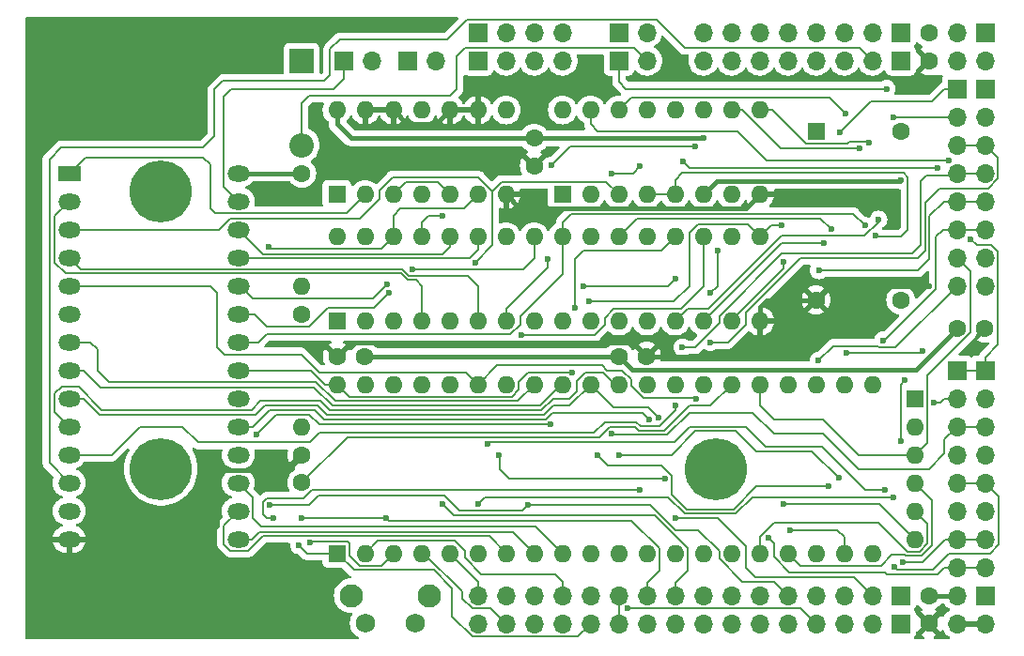
<source format=gbl>
G04 #@! TF.GenerationSoftware,KiCad,Pcbnew,8.0.3-8.0.3-0~ubuntu20.04.1*
G04 #@! TF.CreationDate,2024-07-06T21:00:39-06:00*
G04 #@! TF.ProjectId,z80 RPM,7a383020-5250-44d2-9e6b-696361645f70,rev?*
G04 #@! TF.SameCoordinates,Original*
G04 #@! TF.FileFunction,Copper,L2,Bot*
G04 #@! TF.FilePolarity,Positive*
%FSLAX46Y46*%
G04 Gerber Fmt 4.6, Leading zero omitted, Abs format (unit mm)*
G04 Created by KiCad (PCBNEW 8.0.3-8.0.3-0~ubuntu20.04.1) date 2024-07-06 21:00:39*
%MOMM*%
%LPD*%
G01*
G04 APERTURE LIST*
G04 #@! TA.AperFunction,ComponentPad*
%ADD10R,1.700000X1.700000*%
G04 #@! TD*
G04 #@! TA.AperFunction,ComponentPad*
%ADD11O,1.700000X1.700000*%
G04 #@! TD*
G04 #@! TA.AperFunction,ComponentPad*
%ADD12R,2.000000X1.440000*%
G04 #@! TD*
G04 #@! TA.AperFunction,ComponentPad*
%ADD13O,2.000000X1.440000*%
G04 #@! TD*
G04 #@! TA.AperFunction,ComponentPad*
%ADD14R,1.600000X1.600000*%
G04 #@! TD*
G04 #@! TA.AperFunction,ComponentPad*
%ADD15C,1.600000*%
G04 #@! TD*
G04 #@! TA.AperFunction,ComponentPad*
%ADD16O,1.600000X1.600000*%
G04 #@! TD*
G04 #@! TA.AperFunction,ComponentPad*
%ADD17R,2.200000X2.200000*%
G04 #@! TD*
G04 #@! TA.AperFunction,ComponentPad*
%ADD18O,2.200000X2.200000*%
G04 #@! TD*
G04 #@! TA.AperFunction,ComponentPad*
%ADD19C,3.600000*%
G04 #@! TD*
G04 #@! TA.AperFunction,ConnectorPad*
%ADD20C,5.600000*%
G04 #@! TD*
G04 #@! TA.AperFunction,ComponentPad*
%ADD21C,2.100000*%
G04 #@! TD*
G04 #@! TA.AperFunction,ComponentPad*
%ADD22C,1.750000*%
G04 #@! TD*
G04 #@! TA.AperFunction,ViaPad*
%ADD23C,0.600000*%
G04 #@! TD*
G04 #@! TA.AperFunction,Conductor*
%ADD24C,0.200000*%
G04 #@! TD*
G04 #@! TA.AperFunction,Conductor*
%ADD25C,0.450000*%
G04 #@! TD*
G04 APERTURE END LIST*
D10*
X188595000Y-117475000D03*
D11*
X186055000Y-117475000D03*
X183515000Y-117475000D03*
X180975000Y-117475000D03*
X178435000Y-117475000D03*
X175895000Y-117475000D03*
X173355000Y-117475000D03*
X170815000Y-117475000D03*
X168275000Y-117475000D03*
X165735000Y-117475000D03*
X163195000Y-117475000D03*
X160655000Y-117475000D03*
X158115000Y-117475000D03*
X155575000Y-117475000D03*
X153035000Y-117475000D03*
X150495000Y-117475000D03*
D10*
X196215000Y-66675000D03*
D11*
X193675000Y-66675000D03*
X196215000Y-69215000D03*
X193675000Y-69215000D03*
D10*
X193675000Y-71755000D03*
D11*
X193675000Y-74295000D03*
X193675000Y-76835000D03*
X193675000Y-79375000D03*
X193675000Y-81915000D03*
X193675000Y-84455000D03*
X193675000Y-86995000D03*
X193675000Y-89535000D03*
D12*
X113665000Y-79375000D03*
D13*
X113665000Y-81915000D03*
X113665000Y-84455000D03*
X113665000Y-86995000D03*
X113665000Y-89535000D03*
X113665000Y-92075000D03*
X113665000Y-94615000D03*
X113665000Y-97155000D03*
X113665000Y-99695000D03*
X113665000Y-102235000D03*
X113665000Y-104775000D03*
X113665000Y-107315000D03*
X113665000Y-109855000D03*
X113665000Y-112395000D03*
X128905000Y-112395000D03*
X128905000Y-109855000D03*
X128905000Y-107315000D03*
X128905000Y-104775000D03*
X128905000Y-102235000D03*
X128905000Y-99695000D03*
X128905000Y-97155000D03*
X128905000Y-94615000D03*
X128905000Y-92075000D03*
X128905000Y-89535000D03*
X128905000Y-86995000D03*
X128905000Y-84455000D03*
X128905000Y-81915000D03*
X128905000Y-79375000D03*
D14*
X180975000Y-75565000D03*
D15*
X180975000Y-90805000D03*
X188595000Y-90805000D03*
X188595000Y-75565000D03*
D14*
X137795000Y-92710000D03*
D16*
X140335000Y-92710000D03*
X142875000Y-92710000D03*
X145415000Y-92710000D03*
X147955000Y-92710000D03*
X150495000Y-92710000D03*
X153035000Y-92710000D03*
X155575000Y-92710000D03*
X158115000Y-92710000D03*
X160655000Y-92710000D03*
X163195000Y-92710000D03*
X165735000Y-92710000D03*
X168275000Y-92710000D03*
X170815000Y-92710000D03*
X173355000Y-92710000D03*
X175895000Y-92710000D03*
X175895000Y-85090000D03*
X173355000Y-85090000D03*
X170815000Y-85090000D03*
X168275000Y-85090000D03*
X165735000Y-85090000D03*
X163195000Y-85090000D03*
X160655000Y-85090000D03*
X158115000Y-85090000D03*
X155575000Y-85090000D03*
X153035000Y-85090000D03*
X150495000Y-85090000D03*
X147955000Y-85090000D03*
X145415000Y-85090000D03*
X142875000Y-85090000D03*
X140335000Y-85090000D03*
X137795000Y-85090000D03*
D10*
X163195000Y-69215000D03*
D11*
X165735000Y-69215000D03*
D15*
X155575000Y-76200000D03*
X155575000Y-78700000D03*
X134620000Y-79375000D03*
D16*
X134620000Y-89535000D03*
D17*
X134620000Y-69215000D03*
D18*
X134620000Y-76835000D03*
D15*
X163195000Y-95885000D03*
X165695000Y-95885000D03*
D10*
X193675000Y-97155000D03*
D11*
X193675000Y-99695000D03*
X193675000Y-102235000D03*
X193675000Y-104775000D03*
X193675000Y-107315000D03*
X193675000Y-109855000D03*
X193675000Y-112395000D03*
X193675000Y-114935000D03*
D19*
X121920000Y-81045000D03*
D20*
X121920000Y-81045000D03*
D10*
X150495000Y-66675000D03*
D11*
X153035000Y-66675000D03*
X155575000Y-66675000D03*
X158115000Y-66675000D03*
D19*
X171920000Y-106045000D03*
D20*
X171920000Y-106045000D03*
D10*
X196215000Y-71755000D03*
D11*
X196215000Y-74295000D03*
X196215000Y-76835000D03*
X196215000Y-79375000D03*
X196215000Y-81915000D03*
X196215000Y-84455000D03*
X196215000Y-86995000D03*
X196215000Y-89535000D03*
D14*
X189865000Y-99695000D03*
D16*
X189865000Y-102235000D03*
X189865000Y-104775000D03*
X189865000Y-107315000D03*
X189865000Y-109855000D03*
X189865000Y-112395000D03*
D19*
X121920000Y-106045000D03*
D20*
X121920000Y-106045000D03*
D10*
X196215000Y-97155000D03*
D11*
X196215000Y-99695000D03*
X196215000Y-102235000D03*
X196215000Y-104775000D03*
X196215000Y-107315000D03*
X196215000Y-109855000D03*
X196215000Y-112395000D03*
X196215000Y-114935000D03*
D21*
X146075000Y-117475000D03*
X139065000Y-117475000D03*
D22*
X144825000Y-119965000D03*
X140325000Y-119965000D03*
D14*
X137795000Y-81280000D03*
D16*
X140335000Y-81280000D03*
X142875000Y-81280000D03*
X145415000Y-81280000D03*
X147955000Y-81280000D03*
X150495000Y-81280000D03*
X153035000Y-81280000D03*
X153035000Y-73660000D03*
X150495000Y-73660000D03*
X147955000Y-73660000D03*
X145415000Y-73660000D03*
X142875000Y-73660000D03*
X140335000Y-73660000D03*
X137795000Y-73660000D03*
D10*
X163195000Y-66675000D03*
D11*
X165735000Y-66675000D03*
D15*
X134620000Y-92075000D03*
D16*
X134620000Y-102235000D03*
D10*
X188595000Y-69215000D03*
D11*
X186055000Y-69215000D03*
X183515000Y-69215000D03*
X180975000Y-69215000D03*
X178435000Y-69215000D03*
X175895000Y-69215000D03*
X173355000Y-69215000D03*
X170815000Y-69215000D03*
D10*
X196215000Y-117475000D03*
D11*
X193675000Y-117475000D03*
X196215000Y-120015000D03*
X193675000Y-120015000D03*
D15*
X191135000Y-117475000D03*
X191135000Y-119975000D03*
D14*
X158115000Y-81280000D03*
D16*
X160655000Y-81280000D03*
X163195000Y-81280000D03*
X165735000Y-81280000D03*
X168275000Y-81280000D03*
X170815000Y-81280000D03*
X173355000Y-81280000D03*
X175895000Y-81280000D03*
X175895000Y-73660000D03*
X173355000Y-73660000D03*
X170815000Y-73660000D03*
X168275000Y-73660000D03*
X165735000Y-73660000D03*
X163195000Y-73660000D03*
X160655000Y-73660000D03*
X158115000Y-73660000D03*
D10*
X144145000Y-69215000D03*
D11*
X146685000Y-69215000D03*
D15*
X140315000Y-95885000D03*
X137815000Y-95885000D03*
D10*
X188595000Y-66675000D03*
D11*
X186055000Y-66675000D03*
X183515000Y-66675000D03*
X180975000Y-66675000D03*
X178435000Y-66675000D03*
X175895000Y-66675000D03*
X173355000Y-66675000D03*
X170815000Y-66675000D03*
D14*
X137795000Y-113665000D03*
D16*
X140335000Y-113665000D03*
X142875000Y-113665000D03*
X145415000Y-113665000D03*
X147955000Y-113665000D03*
X150495000Y-113665000D03*
X153035000Y-113665000D03*
X155575000Y-113665000D03*
X158115000Y-113665000D03*
X160655000Y-113665000D03*
X163195000Y-113665000D03*
X165735000Y-113665000D03*
X168275000Y-113665000D03*
X170815000Y-113665000D03*
X173355000Y-113665000D03*
X175895000Y-113665000D03*
X178435000Y-113665000D03*
X180975000Y-113665000D03*
X183515000Y-113665000D03*
X186055000Y-113665000D03*
X186055000Y-98425000D03*
X183515000Y-98425000D03*
X180975000Y-98425000D03*
X178435000Y-98425000D03*
X175895000Y-98425000D03*
X173355000Y-98425000D03*
X170815000Y-98425000D03*
X168275000Y-98425000D03*
X165735000Y-98425000D03*
X163195000Y-98425000D03*
X160655000Y-98425000D03*
X158115000Y-98425000D03*
X155575000Y-98425000D03*
X153035000Y-98425000D03*
X150495000Y-98425000D03*
X147955000Y-98425000D03*
X145415000Y-98425000D03*
X142875000Y-98425000D03*
X140335000Y-98425000D03*
X137795000Y-98425000D03*
D10*
X150495000Y-69215000D03*
D11*
X153035000Y-69215000D03*
X155575000Y-69215000D03*
X158115000Y-69215000D03*
D15*
X191135000Y-66715000D03*
X191135000Y-69215000D03*
X193695000Y-93345000D03*
X196195000Y-93345000D03*
D10*
X188595000Y-120015000D03*
D11*
X186055000Y-120015000D03*
X183515000Y-120015000D03*
X180975000Y-120015000D03*
X178435000Y-120015000D03*
X175895000Y-120015000D03*
X173355000Y-120015000D03*
X170815000Y-120015000D03*
X168275000Y-120015000D03*
X165735000Y-120015000D03*
X163195000Y-120015000D03*
X160655000Y-120015000D03*
X158115000Y-120015000D03*
X155575000Y-120015000D03*
X153035000Y-120015000D03*
X150495000Y-120015000D03*
D15*
X134620000Y-107295000D03*
X134620000Y-104795000D03*
D10*
X138430000Y-69215000D03*
D11*
X140970000Y-69215000D03*
D23*
X135377100Y-112725100D03*
X170815000Y-76200000D03*
X188595000Y-80010000D03*
X186992900Y-94445500D03*
X165922200Y-101575900D03*
X178046100Y-109195900D03*
X181229000Y-88138000D03*
X171450000Y-94615000D03*
X161290000Y-104775000D03*
X182067800Y-107613000D03*
X157013300Y-102017900D03*
X159243500Y-91530100D03*
X130503400Y-102959800D03*
X181189700Y-96271100D03*
X168924400Y-95094300D03*
X191135000Y-89535000D03*
X188976000Y-98044000D03*
X187960000Y-74295000D03*
X188595000Y-103505000D03*
X183122600Y-75657800D03*
X160020000Y-89535000D03*
X168275000Y-88900000D03*
X147320000Y-109220000D03*
X181640800Y-85660300D03*
X150227900Y-87412000D03*
X142240000Y-110490000D03*
X134620000Y-110490000D03*
X142311100Y-89372600D03*
X131707700Y-109324500D03*
X155028500Y-109304700D03*
X158974000Y-97320900D03*
X187960000Y-108585000D03*
X187325000Y-71755000D03*
X150495000Y-109220000D03*
X163966700Y-118626700D03*
X160508800Y-90917000D03*
X177904900Y-84069100D03*
X186601500Y-83549000D03*
X168275000Y-100330000D03*
X156789100Y-87110800D03*
X170180000Y-99695000D03*
X152400000Y-104775000D03*
X167352300Y-106930300D03*
X183013700Y-106879200D03*
X163195000Y-104775000D03*
X166750500Y-101402600D03*
X168275000Y-110490000D03*
X132080000Y-110490000D03*
X178054000Y-87376000D03*
X165100000Y-107950000D03*
X142442900Y-90193100D03*
X144620900Y-88015100D03*
X134365000Y-112943600D03*
X154394700Y-93932800D03*
X185358800Y-84096100D03*
X131614600Y-86052900D03*
X186319600Y-85000300D03*
X194910300Y-85315400D03*
X192908100Y-78200000D03*
X184891100Y-77146000D03*
X183643500Y-74014300D03*
X190600100Y-95406600D03*
X183672200Y-95567800D03*
X191575400Y-100047400D03*
X162560000Y-79375000D03*
X162560000Y-102870000D03*
X165100000Y-78740000D03*
X188781400Y-114464600D03*
X185710700Y-76620900D03*
X151406600Y-103790100D03*
X188039800Y-114857100D03*
X157127400Y-78678100D03*
X170035000Y-76960800D03*
X187160500Y-107962200D03*
X176641400Y-112246200D03*
X172085000Y-86360000D03*
X171450000Y-90170000D03*
X168974000Y-78325700D03*
X191937200Y-78900600D03*
X182323800Y-84437300D03*
X178667900Y-111545500D03*
X147320000Y-83185000D03*
D24*
X131106400Y-86656400D02*
X146388600Y-86656400D01*
X146388600Y-86656400D02*
X146390300Y-86658100D01*
X147955000Y-85090000D02*
X147955000Y-86023100D01*
X135538900Y-112563300D02*
X135377100Y-112725100D01*
X139836400Y-114777300D02*
X138923500Y-113864400D01*
X141762700Y-114777300D02*
X139836400Y-114777300D01*
X138759500Y-112563300D02*
X135538900Y-112563300D01*
X147955000Y-86023100D02*
X147320000Y-86658100D01*
X138923500Y-113864400D02*
X138923500Y-112727300D01*
X146390300Y-86658100D02*
X147320000Y-86658100D01*
X142875000Y-113665000D02*
X141762700Y-114777300D01*
X128905000Y-84455000D02*
X131106400Y-86656400D01*
X138923500Y-112727300D02*
X138759500Y-112563300D01*
X149101600Y-117732900D02*
X149101600Y-117125500D01*
X153035000Y-120015000D02*
X151648700Y-118628700D01*
X149997400Y-118628700D02*
X149101600Y-117732900D01*
X127575200Y-80585200D02*
X127575200Y-72449800D01*
X137517114Y-71755000D02*
X138430000Y-70842114D01*
X138430000Y-70842114D02*
X138430000Y-69215000D01*
X149101600Y-117125500D02*
X145641100Y-113665000D01*
X128905000Y-81915000D02*
X127575200Y-80585200D01*
X145641100Y-113665000D02*
X145415000Y-113665000D01*
X128270000Y-71755000D02*
X137517114Y-71755000D01*
X151648700Y-118628700D02*
X149997400Y-118628700D01*
X127575200Y-72449800D02*
X128270000Y-71755000D01*
X142875000Y-81280000D02*
X143975000Y-80180000D01*
X146855000Y-80180000D02*
X147955000Y-81280000D01*
X143975000Y-80180000D02*
X146855000Y-80180000D01*
D25*
X164420000Y-97110000D02*
X189930000Y-97110000D01*
X189930000Y-97110000D02*
X193695000Y-93345000D01*
X163195000Y-95885000D02*
X140315000Y-95885000D01*
X163195000Y-95885000D02*
X164420000Y-97110000D01*
X170815000Y-81280000D02*
X172040000Y-80055000D01*
X188595000Y-80010000D02*
X188550000Y-80055000D01*
X137795000Y-74930000D02*
X137795000Y-73660000D01*
X134620000Y-79375000D02*
X128905000Y-79375000D01*
X193675000Y-117475000D02*
X191135000Y-117475000D01*
X139065000Y-76200000D02*
X137795000Y-74930000D01*
X155575000Y-76200000D02*
X139065000Y-76200000D01*
X172040000Y-80055000D02*
X188550000Y-80055000D01*
X155575000Y-76200000D02*
X170815000Y-76200000D01*
D24*
X192405000Y-84455000D02*
X193675000Y-84455000D01*
X191752800Y-85107200D02*
X192405000Y-84455000D01*
X191752800Y-86995000D02*
X191752800Y-89823000D01*
X193675000Y-84455000D02*
X193675000Y-85030800D01*
X196215000Y-84455000D02*
X195063300Y-84455000D01*
X187130300Y-94445500D02*
X186992900Y-94445500D01*
X191752800Y-86995000D02*
X191752800Y-85107200D01*
X191752800Y-89823000D02*
X187130300Y-94445500D01*
X194250800Y-84455000D02*
X193675000Y-85030800D01*
X195063300Y-84455000D02*
X194250800Y-84455000D01*
X135809500Y-100720600D02*
X136663300Y-101574400D01*
X130206700Y-102235000D02*
X131721100Y-100720600D01*
X156603600Y-101574400D02*
X157213000Y-100965000D01*
X128905000Y-102235000D02*
X130206700Y-102235000D01*
X165311300Y-100965000D02*
X165922200Y-101575900D01*
X136663300Y-101574400D02*
X156603600Y-101574400D01*
X131721100Y-100720600D02*
X135809500Y-100720600D01*
X157213000Y-100965000D02*
X165311300Y-100965000D01*
X181229000Y-88011000D02*
X181229000Y-88011000D01*
X196215000Y-81915000D02*
X193675000Y-81915000D01*
X181229000Y-88138000D02*
X190178150Y-88138000D01*
X190178150Y-88138000D02*
X191194150Y-87122000D01*
X186665900Y-109195900D02*
X178046100Y-109195900D01*
X191194150Y-83244150D02*
X192523300Y-81915000D01*
X189865000Y-112395000D02*
X186665900Y-109195900D01*
X192523300Y-81915000D02*
X193675000Y-81915000D01*
X191194150Y-87122000D02*
X191194150Y-83244150D01*
X181229000Y-88138000D02*
X181229000Y-88011000D01*
X174625000Y-91943100D02*
X179521600Y-87046500D01*
X197366700Y-77986700D02*
X196215000Y-76835000D01*
X173038300Y-94615000D02*
X174625000Y-93028300D01*
X171450000Y-94615000D02*
X173038300Y-94615000D01*
X179521600Y-87046500D02*
X190107650Y-87046500D01*
X174625000Y-93028300D02*
X174625000Y-91943100D01*
X192103700Y-80741700D02*
X196477100Y-80741700D01*
X193675000Y-76835000D02*
X196215000Y-76835000D01*
X190794150Y-86360000D02*
X190794150Y-82051250D01*
X190107650Y-87046500D02*
X190794150Y-86360000D01*
X196477100Y-80741700D02*
X197366700Y-79852100D01*
X190794150Y-82051250D02*
X192103700Y-80741700D01*
X197366700Y-79852100D02*
X197366700Y-77986700D01*
X196215000Y-76835000D02*
X196215000Y-77291000D01*
X161290000Y-104600500D02*
X161290000Y-104775000D01*
X173520000Y-109690000D02*
X175597000Y-107613000D01*
X169310686Y-109690000D02*
X173520000Y-109690000D01*
X175597000Y-107613000D02*
X182067800Y-107613000D01*
X114966700Y-97155000D02*
X116485000Y-98673300D01*
X137366100Y-100333600D02*
X156089200Y-100333600D01*
X166988729Y-105718200D02*
X167795264Y-106524736D01*
X113665000Y-97155000D02*
X114966700Y-97155000D01*
X157997800Y-98425000D02*
X156089200Y-100333600D01*
X162233200Y-105718200D02*
X166988729Y-105718200D01*
X167952300Y-106681771D02*
X167952300Y-108331614D01*
X161290000Y-104775000D02*
X162233200Y-105718200D01*
X167795264Y-106524736D02*
X167952300Y-106681771D01*
X167952300Y-108331614D02*
X169310686Y-109690000D01*
X135705800Y-98673300D02*
X137366100Y-100333600D01*
X116485000Y-98673300D02*
X135705800Y-98673300D01*
X158115000Y-98425000D02*
X157997800Y-98425000D01*
X167005000Y-86360000D02*
X168275000Y-85090000D01*
X160020000Y-86360000D02*
X167005000Y-86360000D01*
X130503400Y-102959800D02*
X132334700Y-101128500D01*
X159243500Y-91530100D02*
X159243500Y-87136500D01*
X159243500Y-87136500D02*
X160020000Y-86360000D01*
X132334700Y-101128500D02*
X135313500Y-101128500D01*
X135313500Y-101128500D02*
X136202900Y-102017900D01*
X136202900Y-102017900D02*
X157013300Y-102017900D01*
X188135100Y-95074900D02*
X186639800Y-95074900D01*
X186515700Y-94950800D02*
X182510000Y-94950800D01*
X182510000Y-94950800D02*
X181189700Y-96271100D01*
X193675000Y-89535000D02*
X188135100Y-95074900D01*
X186639800Y-95074900D02*
X186515700Y-94950800D01*
X172253300Y-92893700D02*
X170052700Y-95094300D01*
X189631300Y-86593700D02*
X177898800Y-86593700D01*
X177898800Y-86593700D02*
X172253300Y-92239200D01*
X193675000Y-79375000D02*
X193456050Y-79593950D01*
X172253300Y-92239200D02*
X172253300Y-92893700D01*
X170052700Y-95094300D02*
X168924400Y-95094300D01*
X190394150Y-80115850D02*
X190394150Y-85830850D01*
X196215000Y-79375000D02*
X193675000Y-79375000D01*
X190916050Y-79593950D02*
X190394150Y-80115850D01*
X193456050Y-79593950D02*
X190916050Y-79593950D01*
X190394150Y-85830850D02*
X189631300Y-86593700D01*
D25*
X165695000Y-95885000D02*
X164470000Y-94660000D01*
X127000000Y-111125000D02*
X127000000Y-106805000D01*
X182245000Y-89535000D02*
X191135000Y-89535000D01*
X175260000Y-95885000D02*
X175895000Y-95250000D01*
X142875000Y-73660000D02*
X144100000Y-74885000D01*
X146730000Y-74885000D02*
X147955000Y-73660000D01*
X180975000Y-90805000D02*
X182245000Y-89535000D01*
X175895000Y-95250000D02*
X175895000Y-92710000D01*
X127000000Y-106805000D02*
X127635000Y-106170000D01*
X176530000Y-90805000D02*
X175895000Y-91440000D01*
X125730000Y-112395000D02*
X127000000Y-111125000D01*
X165695000Y-95885000D02*
X175260000Y-95885000D01*
X139040000Y-94660000D02*
X137815000Y-95885000D01*
X144100000Y-74885000D02*
X146730000Y-74885000D01*
X140335000Y-73660000D02*
X142875000Y-73660000D01*
X113665000Y-112395000D02*
X125730000Y-112395000D01*
X175895000Y-81280000D02*
X174670000Y-82505000D01*
X174670000Y-82505000D02*
X154260000Y-82505000D01*
X175895000Y-91440000D02*
X175895000Y-92710000D01*
X127635000Y-106170000D02*
X133245000Y-106170000D01*
X164470000Y-94660000D02*
X139040000Y-94660000D01*
X133245000Y-106170000D02*
X134620000Y-104795000D01*
X180975000Y-90805000D02*
X176530000Y-90805000D01*
X150495000Y-73660000D02*
X147955000Y-73660000D01*
X154260000Y-82505000D02*
X153035000Y-81280000D01*
D24*
X184785000Y-104775000D02*
X189865000Y-104775000D01*
X194865600Y-93732500D02*
X190966700Y-97631400D01*
X190966700Y-97631400D02*
X190966700Y-103673300D01*
X194865600Y-88185600D02*
X194865600Y-93732500D01*
X177165000Y-101600000D02*
X181610000Y-101600000D01*
X175895000Y-100330000D02*
X177165000Y-101600000D01*
X181610000Y-101600000D02*
X184785000Y-104775000D01*
X193675000Y-86995000D02*
X194865600Y-88185600D01*
X190966700Y-103673300D02*
X189865000Y-104775000D01*
X175895000Y-98425000D02*
X175895000Y-100330000D01*
X187960000Y-74295000D02*
X193675000Y-74295000D01*
X177152300Y-110884500D02*
X186620200Y-110884500D01*
X186620200Y-110884500D02*
X189238000Y-113502300D01*
X191010200Y-111000200D02*
X189865000Y-109855000D01*
X188595000Y-98425000D02*
X188976000Y-98044000D01*
X189238000Y-113502300D02*
X190315800Y-113502300D01*
X188595000Y-103505000D02*
X188595000Y-98425000D01*
X190315800Y-113502300D02*
X191010200Y-112807900D01*
X175895000Y-113665000D02*
X175895000Y-112141800D01*
X175895000Y-112141800D02*
X177152300Y-110884500D01*
X191010200Y-112807900D02*
X191010200Y-111000200D01*
X191418400Y-112976600D02*
X191418400Y-108868400D01*
X186799700Y-114813800D02*
X187786800Y-113826700D01*
X190491000Y-113904000D02*
X191418400Y-112976600D01*
X185873700Y-72906700D02*
X183122600Y-75657800D01*
X193675000Y-71755000D02*
X192523300Y-71755000D01*
X178435000Y-113665000D02*
X179583800Y-114813800D01*
X179583800Y-114813800D02*
X186799700Y-114813800D01*
X189071700Y-113904000D02*
X190491000Y-113904000D01*
X191418400Y-108868400D02*
X189865000Y-107315000D01*
X191371600Y-72906700D02*
X185873700Y-72906700D01*
X188994400Y-113826700D02*
X189071700Y-113904000D01*
X187786800Y-113826700D02*
X188994400Y-113826700D01*
X192523300Y-71755000D02*
X191371600Y-72906700D01*
X127587600Y-111172400D02*
X127587600Y-112812500D01*
X167640000Y-89535000D02*
X168275000Y-88900000D01*
X128905000Y-109855000D02*
X127587600Y-111172400D01*
X151492900Y-112122900D02*
X153035000Y-113665000D01*
X160020000Y-89535000D02*
X167640000Y-89535000D01*
X128194900Y-113419800D02*
X129800200Y-113419800D01*
X131097100Y-112122900D02*
X151492900Y-112122900D01*
X127587600Y-112812500D02*
X128194900Y-113419800D01*
X129800200Y-113419800D02*
X131097100Y-112122900D01*
X150495000Y-86296371D02*
X150495000Y-85090000D01*
X169386100Y-113216100D02*
X169386100Y-115212200D01*
X169386100Y-115212200D02*
X168275000Y-116323300D01*
X168275000Y-116323300D02*
X168275000Y-117475000D01*
X149733271Y-87058100D02*
X150495000Y-86296371D01*
X128968100Y-87058100D02*
X149733271Y-87058100D01*
X148353300Y-110253300D02*
X166423300Y-110253300D01*
X166423300Y-110253300D02*
X169386100Y-113216100D01*
X147320000Y-109220000D02*
X148353300Y-110253300D01*
X128905000Y-86995000D02*
X128968100Y-87058100D01*
X135255000Y-71046100D02*
X135256700Y-71047800D01*
X169151200Y-68063300D02*
X184903300Y-68063300D01*
X138035000Y-67310000D02*
X147733300Y-67310000D01*
X137160000Y-68185000D02*
X138035000Y-67310000D01*
X137160000Y-70485000D02*
X137160000Y-68185000D01*
X147733300Y-67310000D02*
X149520000Y-65523300D01*
X166611200Y-65523300D02*
X169151200Y-68063300D01*
X135256700Y-71047800D02*
X136597200Y-71047800D01*
X177864700Y-85660300D02*
X181640800Y-85660300D01*
X170815000Y-92710000D02*
X177864700Y-85660300D01*
X111872300Y-105522300D02*
X111872300Y-78119700D01*
X126746000Y-76009500D02*
X126746000Y-71808100D01*
X184903300Y-68063300D02*
X186055000Y-69215000D01*
X113665000Y-107315000D02*
X111872300Y-105522300D01*
X111872300Y-78119700D02*
X112966500Y-77025500D01*
X126746000Y-71808100D02*
X127508000Y-71046100D01*
X127508000Y-71046100D02*
X135255000Y-71046100D01*
X125730000Y-77025500D02*
X126746000Y-76009500D01*
X112966500Y-77025500D02*
X125730000Y-77025500D01*
X136597200Y-71047800D02*
X137160000Y-70485000D01*
X149520000Y-65523300D02*
X166611200Y-65523300D01*
X152595800Y-80152900D02*
X162067900Y-80152900D01*
X150543100Y-79761800D02*
X151765000Y-80983700D01*
X151765000Y-80983700D02*
X151765000Y-85874900D01*
X141605000Y-81656000D02*
X141605000Y-80931800D01*
X142775000Y-79761800D02*
X150543100Y-79761800D01*
X127182502Y-84455000D02*
X128204202Y-83433300D01*
X128204202Y-83433300D02*
X139827700Y-83433300D01*
X151765000Y-85874900D02*
X150227900Y-87412000D01*
X141605000Y-80931800D02*
X142775000Y-79761800D01*
X162067900Y-80152900D02*
X163195000Y-81280000D01*
X151765000Y-80983700D02*
X152595800Y-80152900D01*
X113665000Y-84455000D02*
X127182502Y-84455000D01*
X139827700Y-83433300D02*
X141605000Y-81656000D01*
X165735000Y-116323300D02*
X165735000Y-117475000D01*
X130175000Y-90639400D02*
X141044300Y-90639400D01*
X128905000Y-89535000D02*
X129070600Y-89535000D01*
X141044300Y-90639400D02*
X142311100Y-89372600D01*
X164339100Y-110703000D02*
X166846100Y-113210000D01*
X142240000Y-110490000D02*
X142453000Y-110703000D01*
X142240000Y-110490000D02*
X134620000Y-110490000D01*
X142453000Y-110703000D02*
X164339100Y-110703000D01*
X166846100Y-113210000D02*
X166846100Y-115212200D01*
X166846100Y-115212200D02*
X165735000Y-116323300D01*
X129070600Y-89535000D02*
X130175000Y-90639400D01*
X172253300Y-113472900D02*
X170360200Y-111579800D01*
X148831400Y-109836600D02*
X147449900Y-108455100D01*
X136124400Y-108455100D02*
X135255000Y-109324500D01*
X178435000Y-117475000D02*
X177173600Y-116213600D01*
X155028500Y-109304700D02*
X154496600Y-109836600D01*
X154496600Y-109836600D02*
X148831400Y-109836600D01*
X172253300Y-114160500D02*
X172253300Y-113472900D01*
X166040386Y-109304700D02*
X155028500Y-109304700D01*
X135255000Y-109324500D02*
X131707700Y-109324500D01*
X168315486Y-111579800D02*
X166040386Y-109304700D01*
X174306400Y-116213600D02*
X172253300Y-114160500D01*
X170360200Y-111579800D02*
X168315486Y-111579800D01*
X147449900Y-108455100D02*
X136124400Y-108455100D01*
X177173600Y-116213600D02*
X174306400Y-116213600D01*
X140335000Y-81280000D02*
X138643100Y-82971900D01*
X125730000Y-77945000D02*
X115095000Y-77945000D01*
X115095000Y-77945000D02*
X113665000Y-79375000D01*
X138643100Y-82971900D02*
X126786900Y-82971900D01*
X126365000Y-82550000D02*
X126365000Y-78580000D01*
X150495000Y-116205000D02*
X147955000Y-113665000D01*
X150495000Y-117475000D02*
X150495000Y-116205000D01*
X126365000Y-78580000D02*
X125730000Y-77945000D01*
X126786900Y-82971900D02*
X126365000Y-82550000D01*
X154152100Y-98905900D02*
X153529300Y-99528700D01*
X155044600Y-97320900D02*
X154152100Y-98213400D01*
X136693300Y-98425000D02*
X135423400Y-97155100D01*
X135423400Y-97155100D02*
X130206700Y-97155100D01*
X137795000Y-98425000D02*
X137463900Y-98425000D01*
X158974000Y-97320900D02*
X155044600Y-97320900D01*
X128905000Y-97155000D02*
X130206700Y-97155000D01*
X154152100Y-98213400D02*
X154152100Y-98905900D01*
X137244200Y-98425000D02*
X137463900Y-98425000D01*
X130206700Y-97155100D02*
X130206700Y-97155000D01*
X163195000Y-120015000D02*
X163195000Y-117475000D01*
X137244200Y-98425000D02*
X136693300Y-98425000D01*
X153529300Y-99528700D02*
X138898700Y-99528700D01*
X138898700Y-99528700D02*
X137795000Y-98425000D01*
X163830000Y-71755000D02*
X163195000Y-71120000D01*
X167640000Y-108585000D02*
X169145000Y-110090000D01*
X187325000Y-71755000D02*
X163830000Y-71755000D01*
X151130000Y-108585000D02*
X167640000Y-108585000D01*
X173755000Y-110090000D02*
X175260000Y-108585000D01*
X175260000Y-108585000D02*
X187960000Y-108585000D01*
X150495000Y-109220000D02*
X151130000Y-108585000D01*
X163195000Y-71120000D02*
X163195000Y-69215000D01*
X169145000Y-110090000D02*
X173755000Y-110090000D01*
X117226700Y-98176700D02*
X116205000Y-97155000D01*
X163966700Y-118626700D02*
X179586700Y-118626700D01*
X155575000Y-98425000D02*
X154069600Y-99930400D01*
X116205000Y-97155000D02*
X116205000Y-95250000D01*
X154069600Y-99930400D02*
X137620000Y-99930400D01*
X137620000Y-99930400D02*
X135866300Y-98176700D01*
X116205000Y-95250000D02*
X115570000Y-94615000D01*
X179586700Y-118626700D02*
X180975000Y-120015000D01*
X115570000Y-94615000D02*
X113665000Y-94615000D01*
X135866300Y-98176700D02*
X117226700Y-98176700D01*
X160508800Y-90917000D02*
X168163000Y-90917000D01*
X169545000Y-84774500D02*
X170339900Y-83979600D01*
X168163000Y-90917000D02*
X169545000Y-89535000D01*
X174784600Y-83979600D02*
X175895000Y-85090000D01*
X128905000Y-112395000D02*
X130127000Y-112395000D01*
X176915900Y-84069100D02*
X175895000Y-85090000D01*
X177904900Y-84069100D02*
X176915900Y-84069100D01*
X153622000Y-111712000D02*
X155575000Y-113665000D01*
X130810000Y-111712000D02*
X153622000Y-111712000D01*
X130127000Y-112395000D02*
X130810000Y-111712000D01*
X169545000Y-89535000D02*
X169545000Y-84774500D01*
X170339900Y-83979600D02*
X174784600Y-83979600D01*
X149310200Y-114051000D02*
X149310200Y-113462000D01*
X143535914Y-88425900D02*
X144126814Y-89016800D01*
X112322400Y-87436700D02*
X113311600Y-88425900D01*
X150793800Y-115534600D02*
X149310200Y-114051000D01*
X113311600Y-88425900D02*
X143535914Y-88425900D01*
X158115000Y-117475000D02*
X158115000Y-116205000D01*
X141455300Y-112544700D02*
X140335000Y-113665000D01*
X112322400Y-83257600D02*
X112322400Y-87436700D01*
X158115000Y-116205000D02*
X157444600Y-115534600D01*
X145415000Y-89535000D02*
X145415000Y-92710000D01*
X149310200Y-113462000D02*
X148392900Y-112544700D01*
X148392900Y-112544700D02*
X141455300Y-112544700D01*
X113665000Y-81915000D02*
X112322400Y-83257600D01*
X157444600Y-115534600D02*
X150793800Y-115534600D01*
X144896800Y-89016800D02*
X145415000Y-89535000D01*
X144126814Y-89016800D02*
X144896800Y-89016800D01*
X120015000Y-102235000D02*
X123825000Y-102235000D01*
X171256100Y-91608300D02*
X169376700Y-91608300D01*
X186601500Y-83549000D02*
X186601500Y-83792000D01*
X117475000Y-104775000D02*
X120015000Y-102235000D01*
X135370900Y-103659800D02*
X136249700Y-102781000D01*
X125249800Y-103659800D02*
X135370900Y-103659800D01*
X177824800Y-85039600D02*
X171256100Y-91608300D01*
X113665000Y-104775000D02*
X117475000Y-104775000D01*
X169376700Y-91608300D02*
X168275000Y-92710000D01*
X185353900Y-85039600D02*
X177824800Y-85039600D01*
X186601500Y-83792000D02*
X185353900Y-85039600D01*
X160960200Y-102781000D02*
X161925000Y-101816200D01*
X123825000Y-102235000D02*
X125249800Y-103659800D01*
X168275000Y-100726629D02*
X168275000Y-100330000D01*
X136249700Y-102781000D02*
X160960200Y-102781000D01*
X166825729Y-102175900D02*
X168275000Y-100726629D01*
X161925000Y-101816200D02*
X164770200Y-101816200D01*
X164770200Y-101816200D02*
X165129900Y-102175900D01*
X165129900Y-102175900D02*
X166825729Y-102175900D01*
X162152600Y-97155000D02*
X163499200Y-97155000D01*
X149393300Y-97323300D02*
X150495000Y-98425000D01*
X127000000Y-90170000D02*
X127000000Y-95079200D01*
X164323500Y-98584400D02*
X165412700Y-99673600D01*
X113665000Y-89535000D02*
X126365000Y-89535000D01*
X164323500Y-97979300D02*
X164323500Y-98584400D01*
X153035000Y-91608300D02*
X156789100Y-87854200D01*
X163499200Y-97155000D02*
X164323500Y-97979300D01*
X161690300Y-96692700D02*
X162152600Y-97155000D01*
X136185200Y-97323300D02*
X149393300Y-97323300D01*
X152227300Y-96692700D02*
X161690300Y-96692700D01*
X127635000Y-95714200D02*
X134576100Y-95714200D01*
X134576100Y-95714200D02*
X136185200Y-97323300D01*
X165412700Y-99673600D02*
X170158600Y-99673600D01*
X126365000Y-89535000D02*
X127000000Y-90170000D01*
X156789100Y-87854200D02*
X156789100Y-87110800D01*
X153035000Y-92710000D02*
X153035000Y-91608300D01*
X127000000Y-95079200D02*
X127635000Y-95714200D01*
X150495000Y-98425000D02*
X152227300Y-96692700D01*
X170158600Y-99673600D02*
X170180000Y-99695000D01*
X161398771Y-103182700D02*
X162346471Y-102235000D01*
X164964214Y-102575900D02*
X167299100Y-102575900D01*
X134620000Y-107295000D02*
X138732300Y-103182700D01*
X134620000Y-76835000D02*
X134620000Y-73025000D01*
X164583300Y-68063300D02*
X165735000Y-69215000D01*
X164623314Y-102235000D02*
X164964214Y-102575900D01*
X149346700Y-68063300D02*
X164583300Y-68063300D01*
X162346471Y-102235000D02*
X164623314Y-102235000D01*
X147955000Y-72390000D02*
X148590000Y-71755000D01*
X169545000Y-100330000D02*
X171450000Y-100330000D01*
X138732300Y-103182700D02*
X161398771Y-103182700D01*
X135255000Y-72390000D02*
X147955000Y-72390000D01*
X171450000Y-100330000D02*
X173355000Y-98425000D01*
X167299100Y-102575900D02*
X169545000Y-100330000D01*
X134620000Y-73025000D02*
X135255000Y-72390000D01*
X148590000Y-68820000D02*
X149346700Y-68063300D01*
X148590000Y-71755000D02*
X148590000Y-68820000D01*
X149576800Y-88616800D02*
X150495000Y-89535000D01*
X150495000Y-89535000D02*
X150495000Y-92710000D01*
X152445600Y-104820600D02*
X152400000Y-104775000D01*
X114686700Y-88016700D02*
X143692400Y-88016700D01*
X167352300Y-106930300D02*
X153285300Y-106930300D01*
X113665000Y-86995000D02*
X114686700Y-88016700D01*
X153285300Y-106930300D02*
X152445600Y-106090600D01*
X144292500Y-88616800D02*
X149576800Y-88616800D01*
X143692400Y-88016700D02*
X144292500Y-88616800D01*
X152445600Y-106090600D02*
X152445600Y-104820600D01*
X170111800Y-102635000D02*
X173755000Y-102635000D01*
X112365000Y-100935000D02*
X113665000Y-102235000D01*
X130098600Y-100716700D02*
X116591700Y-100716700D01*
X157293486Y-99695000D02*
X156230686Y-100757800D01*
X167971800Y-104775000D02*
X170111800Y-102635000D01*
X180606300Y-104471800D02*
X183013700Y-106879200D01*
X160207165Y-97317200D02*
X159385000Y-98139365D01*
X162856914Y-98425000D02*
X161749114Y-97317200D01*
X158750000Y-99695000D02*
X157293486Y-99695000D01*
X130898100Y-99917200D02*
X130098600Y-100716700D01*
X112365000Y-99248800D02*
X112365000Y-100935000D01*
X156230686Y-100757800D02*
X137132000Y-100757800D01*
X175591800Y-104471800D02*
X180606300Y-104471800D01*
X112988900Y-98624900D02*
X112365000Y-99248800D01*
X163195000Y-98425000D02*
X162856914Y-98425000D01*
X136291400Y-99917200D02*
X130898100Y-99917200D01*
X114499900Y-98624900D02*
X112988900Y-98624900D01*
X163195000Y-104775000D02*
X167971800Y-104775000D01*
X173755000Y-102635000D02*
X175591800Y-104471800D01*
X159385000Y-99060000D02*
X158750000Y-99695000D01*
X116591700Y-100716700D02*
X114499900Y-98624900D01*
X161749114Y-97317200D02*
X160207165Y-97317200D01*
X159385000Y-98139365D02*
X159385000Y-99060000D01*
X137132000Y-100757800D02*
X136291400Y-99917200D01*
X158750000Y-100330000D02*
X160655000Y-98425000D01*
X136050400Y-100318900D02*
X136891000Y-101159500D01*
X184391900Y-115811900D02*
X175501900Y-115811900D01*
X156450500Y-101159500D02*
X157280000Y-100330000D01*
X113665000Y-99695000D02*
X114966700Y-99695000D01*
X168275000Y-110490000D02*
X172085000Y-110490000D01*
X130417700Y-101165800D02*
X131264600Y-100318900D01*
X157280000Y-100330000D02*
X158750000Y-100330000D01*
X172085000Y-110490000D02*
X174625000Y-113030000D01*
X175501900Y-115811900D02*
X174625000Y-114935000D01*
X131264600Y-100318900D02*
X136050400Y-100318900D01*
X174625000Y-114935000D02*
X174625000Y-113030000D01*
X114966700Y-99695000D02*
X116437500Y-101165800D01*
X162729100Y-100499100D02*
X165847000Y-100499100D01*
X116437500Y-101165800D02*
X130417700Y-101165800D01*
X136891000Y-101159500D02*
X156450500Y-101159500D01*
X160655000Y-98425000D02*
X162729100Y-100499100D01*
X186055000Y-117475000D02*
X184391900Y-115811900D01*
X165847000Y-100499100D02*
X166750500Y-101402600D01*
X135387818Y-108082818D02*
X134746135Y-108724500D01*
X135520636Y-107950000D02*
X135387818Y-108082818D01*
X131459171Y-108724500D02*
X131107700Y-109075971D01*
X173355000Y-92710000D02*
X173355000Y-92647415D01*
X165100000Y-107950000D02*
X135520636Y-107950000D01*
X134746135Y-108724500D02*
X131459171Y-108724500D01*
X131445000Y-110490000D02*
X132080000Y-110490000D01*
X174225000Y-91777414D02*
X178054000Y-87948414D01*
X178054000Y-87948414D02*
X178054000Y-87376000D01*
X174225000Y-91777415D02*
X174225000Y-91777414D01*
X131107700Y-110152700D02*
X131445000Y-110490000D01*
X131107700Y-109075971D02*
X131107700Y-110152700D01*
X173355000Y-92647415D02*
X174225000Y-91777415D01*
X135245400Y-93176700D02*
X136934700Y-91487400D01*
X130343300Y-92075000D02*
X131445000Y-93176700D01*
X148180000Y-119336500D02*
X150016800Y-121173300D01*
X155575000Y-86995000D02*
X155575000Y-85090000D01*
X141148600Y-91487400D02*
X142442900Y-90193100D01*
X159496700Y-121173300D02*
X160655000Y-120015000D01*
X135086400Y-113665000D02*
X134365000Y-112943600D01*
X137795000Y-113665000D02*
X139309000Y-115179000D01*
X139309000Y-115179000D02*
X146503600Y-115179000D01*
X128905000Y-92075000D02*
X130343300Y-92075000D01*
X131445000Y-93176700D02*
X135245400Y-93176700D01*
X137795000Y-113665000D02*
X135086400Y-113665000D01*
X150016800Y-121173300D02*
X159496700Y-121173300D01*
X148180000Y-116855400D02*
X148180000Y-119336500D01*
X144620900Y-88015100D02*
X154554900Y-88015100D01*
X136934700Y-91487400D02*
X141148600Y-91487400D01*
X146503600Y-115179000D02*
X148180000Y-116855400D01*
X154554900Y-88015100D02*
X155575000Y-86995000D01*
X155709500Y-111259500D02*
X130944500Y-111259500D01*
X161029600Y-93932800D02*
X161925000Y-93037400D01*
X161925000Y-93037400D02*
X161925000Y-92412800D01*
X130175000Y-110490000D02*
X130205000Y-110460000D01*
X130205000Y-110460000D02*
X130205000Y-108615000D01*
X168811014Y-91608300D02*
X170815000Y-89604314D01*
X130205000Y-108615000D02*
X128905000Y-107315000D01*
X130944500Y-111259500D02*
X130175000Y-110490000D01*
X154394700Y-93932800D02*
X161029600Y-93932800D01*
X158115000Y-113665000D02*
X155709500Y-111259500D01*
X170815000Y-89604314D02*
X170815000Y-85090000D01*
X161925000Y-92412800D02*
X162729500Y-91608300D01*
X162729500Y-91608300D02*
X168811014Y-91608300D01*
X185358800Y-84096100D02*
X184313700Y-83051000D01*
X131445000Y-93885800D02*
X153428800Y-93885800D01*
X154305000Y-92313400D02*
X158115000Y-88503400D01*
X128905000Y-94615000D02*
X130715800Y-94615000D01*
X154305000Y-93009600D02*
X154305000Y-92313400D01*
X153428800Y-93885800D02*
X154305000Y-93009600D01*
X130715800Y-94615000D02*
X131445000Y-93885800D01*
X158884000Y-83051000D02*
X158115000Y-83820000D01*
X158115000Y-83820000D02*
X158115000Y-85090000D01*
X184313700Y-83051000D02*
X158884000Y-83051000D01*
X158115000Y-88503400D02*
X158115000Y-85090000D01*
X149225000Y-82550000D02*
X150495000Y-81280000D01*
X142875000Y-85090000D02*
X142875000Y-83185000D01*
X131614600Y-86052900D02*
X131766400Y-86204700D01*
X142875000Y-83185000D02*
X143510000Y-82550000D01*
X141760300Y-86204700D02*
X142875000Y-85090000D01*
X131766400Y-86204700D02*
X141760300Y-86204700D01*
X143510000Y-82550000D02*
X149225000Y-82550000D01*
X186409300Y-85090000D02*
X188595000Y-85090000D01*
X168921400Y-79363600D02*
X168275000Y-80010000D01*
X188595000Y-85090000D02*
X189232000Y-84453000D01*
X188829400Y-79363600D02*
X168921400Y-79363600D01*
X186319600Y-85000300D02*
X186409300Y-85090000D01*
X168275000Y-80010000D02*
X168275000Y-81280000D01*
X165735000Y-81280000D02*
X168275000Y-81280000D01*
X189232000Y-79766200D02*
X188829400Y-79363600D01*
X189232000Y-84453000D02*
X189232000Y-79766200D01*
X197366700Y-94851600D02*
X197366700Y-86464200D01*
X196215000Y-97155000D02*
X196215000Y-96579100D01*
X196215000Y-96579100D02*
X196215000Y-96003300D01*
X192908100Y-78200000D02*
X176518200Y-78200000D01*
X160655000Y-74930000D02*
X160655000Y-73660000D01*
X161284900Y-75559900D02*
X160655000Y-74930000D01*
X196745800Y-85843300D02*
X195438200Y-85843300D01*
X176518200Y-78200000D02*
X173878100Y-75559900D01*
X197366700Y-86464200D02*
X196745800Y-85843300D01*
X195438200Y-85843300D02*
X194910300Y-85315400D01*
X196215000Y-96003300D02*
X197366700Y-94851600D01*
X173878100Y-75559900D02*
X161284900Y-75559900D01*
X193675000Y-97155000D02*
X196215000Y-97155000D01*
X177804900Y-77146000D02*
X184891100Y-77146000D01*
X174318900Y-73660000D02*
X177804900Y-77146000D01*
X173355000Y-73660000D02*
X174318900Y-73660000D01*
X190600100Y-95406600D02*
X190438900Y-95567800D01*
X164331900Y-72523100D02*
X163195000Y-73660000D01*
X190438900Y-95567800D02*
X183672200Y-95567800D01*
X183643500Y-74014300D02*
X182152300Y-72523100D01*
X192170900Y-100047400D02*
X191575400Y-100047400D01*
X182152300Y-72523100D02*
X164331900Y-72523100D01*
X192523300Y-99695000D02*
X192170900Y-100047400D01*
X193675000Y-99695000D02*
X192523300Y-99695000D01*
X177165000Y-102870000D02*
X181610000Y-102870000D01*
X164465000Y-79375000D02*
X165100000Y-78740000D01*
X193675000Y-102235000D02*
X196215000Y-102235000D01*
X169545000Y-100965000D02*
X175260000Y-100965000D01*
X162560000Y-79375000D02*
X164465000Y-79375000D01*
X192525000Y-103385000D02*
X193675000Y-102235000D01*
X167534100Y-102975900D02*
X169545000Y-100965000D01*
X162560000Y-102870000D02*
X162665900Y-102975900D01*
X162665900Y-102975900D02*
X167534100Y-102975900D01*
X175260000Y-100965000D02*
X177165000Y-102870000D01*
X181610000Y-102870000D02*
X184785000Y-106045000D01*
X191135000Y-106045000D02*
X192525000Y-104655000D01*
X184785000Y-106045000D02*
X191135000Y-106045000D01*
X192525000Y-104655000D02*
X192525000Y-103385000D01*
X188781400Y-114464600D02*
X188781400Y-114464500D01*
X190536300Y-114464500D02*
X192605800Y-112395000D01*
X183759600Y-76720300D02*
X180057000Y-76720300D01*
X185622000Y-76532200D02*
X183947700Y-76532200D01*
X185710700Y-76620900D02*
X185622000Y-76532200D01*
X175895000Y-73660000D02*
X176996700Y-73660000D01*
X183947700Y-76532200D02*
X183759600Y-76720300D01*
X180057000Y-76720300D02*
X176996700Y-73660000D01*
X192605800Y-112395000D02*
X193675000Y-112395000D01*
X196215000Y-112395000D02*
X193675000Y-112395000D01*
X188781400Y-114464500D02*
X190536300Y-114464500D01*
X151612300Y-103584400D02*
X168195600Y-103584400D01*
X192973000Y-113665000D02*
X191530800Y-115107200D01*
X151406600Y-103790100D02*
X151612300Y-103584400D01*
X158844700Y-76960800D02*
X170035000Y-76960800D01*
X196215000Y-107315000D02*
X197423400Y-108523400D01*
X197423400Y-112878700D02*
X196637100Y-113665000D01*
X169545000Y-102235000D02*
X174625000Y-102235000D01*
X188289900Y-115107200D02*
X188039800Y-114857100D01*
X185365800Y-107962200D02*
X187160500Y-107962200D01*
X196637100Y-113665000D02*
X192973000Y-113665000D01*
X181475400Y-104071800D02*
X185365800Y-107962200D01*
X176461800Y-104071800D02*
X181475400Y-104071800D01*
X157127400Y-78678100D02*
X158844700Y-76960800D01*
X168195600Y-103584400D02*
X169545000Y-102235000D01*
X174625000Y-102235000D02*
X176461800Y-104071800D01*
X193675000Y-107315000D02*
X196215000Y-107315000D01*
X191530800Y-115107200D02*
X188289900Y-115107200D01*
X197423400Y-108523400D02*
X197423400Y-112878700D01*
X193675000Y-114935000D02*
X192523300Y-114935000D01*
X187334100Y-115548300D02*
X191910000Y-115548300D01*
X176641400Y-112246200D02*
X177165000Y-112769800D01*
X191910000Y-115548300D02*
X192523300Y-114935000D01*
X172085000Y-86360000D02*
X172085000Y-89535000D01*
X177165000Y-112769800D02*
X177165000Y-113963000D01*
X196215000Y-114935000D02*
X193675000Y-114935000D01*
X178575300Y-115373300D02*
X187159100Y-115373300D01*
X177165000Y-113963000D02*
X178575300Y-115373300D01*
X187159100Y-115373300D02*
X187334100Y-115548300D01*
X172085000Y-89535000D02*
X171450000Y-90170000D01*
X168974000Y-78325700D02*
X169548900Y-78900600D01*
X169548900Y-78900600D02*
X191937200Y-78900600D01*
X181348300Y-83461800D02*
X164823200Y-83461800D01*
X182323800Y-84437300D02*
X181348300Y-83461800D01*
X183515000Y-113665000D02*
X183515000Y-112180500D01*
X182880000Y-111545500D02*
X178667900Y-111545500D01*
X183515000Y-112180500D02*
X182880000Y-111545500D01*
X164823200Y-83461800D02*
X163195000Y-85090000D01*
X147302100Y-83202900D02*
X147320000Y-83185000D01*
X146032100Y-83202900D02*
X147302100Y-83202900D01*
X146032100Y-83202900D02*
X145415000Y-83820000D01*
X145415000Y-83820000D02*
X145415000Y-85090000D01*
G04 #@! TA.AperFunction,Conductor*
G36*
X148691242Y-65290185D02*
G01*
X148736997Y-65342989D01*
X148746941Y-65412147D01*
X148717916Y-65475703D01*
X148711884Y-65482181D01*
X147520884Y-66673181D01*
X147459561Y-66706666D01*
X147433203Y-66709500D01*
X138121669Y-66709500D01*
X138121653Y-66709499D01*
X138114057Y-66709499D01*
X137955943Y-66709499D01*
X137841397Y-66740192D01*
X137803214Y-66750423D01*
X137763174Y-66773541D01*
X137763173Y-66773541D01*
X137666287Y-66829477D01*
X137666282Y-66829481D01*
X136679481Y-67816282D01*
X136679480Y-67816284D01*
X136641224Y-67882546D01*
X136610274Y-67936153D01*
X136601629Y-67951127D01*
X136600423Y-67953215D01*
X136559499Y-68105943D01*
X136559499Y-68105945D01*
X136559499Y-68274046D01*
X136559500Y-68274059D01*
X136559500Y-70184903D01*
X136539815Y-70251942D01*
X136523185Y-70272579D01*
X136474165Y-70321600D01*
X136432180Y-70363585D01*
X136370856Y-70397069D01*
X136301165Y-70392085D01*
X136245231Y-70350213D01*
X136220815Y-70284748D01*
X136220499Y-70275929D01*
X136220499Y-68067128D01*
X136214091Y-68007517D01*
X136212938Y-68004426D01*
X136163797Y-67872671D01*
X136163793Y-67872664D01*
X136077547Y-67757455D01*
X136077544Y-67757452D01*
X135962335Y-67671206D01*
X135962328Y-67671202D01*
X135827482Y-67620908D01*
X135827483Y-67620908D01*
X135767883Y-67614501D01*
X135767881Y-67614500D01*
X135767873Y-67614500D01*
X135767864Y-67614500D01*
X133472129Y-67614500D01*
X133472123Y-67614501D01*
X133412516Y-67620908D01*
X133277671Y-67671202D01*
X133277664Y-67671206D01*
X133162455Y-67757452D01*
X133162452Y-67757455D01*
X133076206Y-67872664D01*
X133076202Y-67872671D01*
X133025908Y-68007517D01*
X133019501Y-68067116D01*
X133019500Y-68067127D01*
X133019500Y-69214999D01*
X133019501Y-70321600D01*
X132999816Y-70388639D01*
X132947013Y-70434394D01*
X132895501Y-70445600D01*
X127594670Y-70445600D01*
X127594654Y-70445599D01*
X127587058Y-70445599D01*
X127428943Y-70445599D01*
X127370706Y-70461204D01*
X127276214Y-70486523D01*
X127276209Y-70486526D01*
X127139290Y-70565575D01*
X127139282Y-70565581D01*
X126265481Y-71439382D01*
X126265475Y-71439390D01*
X126217081Y-71523213D01*
X126217081Y-71523214D01*
X126186423Y-71576314D01*
X126186423Y-71576315D01*
X126145499Y-71729043D01*
X126145499Y-71729045D01*
X126145499Y-71897146D01*
X126145500Y-71897159D01*
X126145500Y-75709403D01*
X126125815Y-75776442D01*
X126109181Y-75797084D01*
X125517584Y-76388681D01*
X125456261Y-76422166D01*
X125429903Y-76425000D01*
X113045557Y-76425000D01*
X112887442Y-76425000D01*
X112881128Y-76426692D01*
X112734714Y-76465923D01*
X112734709Y-76465926D01*
X112597790Y-76544975D01*
X112597782Y-76544981D01*
X111391781Y-77750982D01*
X111391779Y-77750985D01*
X111379080Y-77772981D01*
X111349949Y-77823438D01*
X111312723Y-77887915D01*
X111271799Y-78040643D01*
X111271799Y-78040645D01*
X111271799Y-78208746D01*
X111271800Y-78208759D01*
X111271800Y-105435630D01*
X111271799Y-105435648D01*
X111271799Y-105601354D01*
X111271798Y-105601354D01*
X111294912Y-105687614D01*
X111312723Y-105754085D01*
X111324826Y-105775047D01*
X111350124Y-105818865D01*
X111391779Y-105891015D01*
X111510649Y-106009885D01*
X111510655Y-106009890D01*
X112223076Y-106722311D01*
X112256561Y-106783634D01*
X112253326Y-106848309D01*
X112194553Y-107029195D01*
X112164500Y-107218945D01*
X112164500Y-107411054D01*
X112194553Y-107600802D01*
X112253916Y-107783506D01*
X112279717Y-107834142D01*
X112341135Y-107954681D01*
X112454055Y-108110102D01*
X112589898Y-108245945D01*
X112745319Y-108358865D01*
X112857007Y-108415773D01*
X112916493Y-108446083D01*
X112981081Y-108467069D01*
X113038756Y-108506506D01*
X113065955Y-108570865D01*
X113054041Y-108639711D01*
X113006797Y-108691187D01*
X112981081Y-108702931D01*
X112916493Y-108723916D01*
X112745318Y-108811135D01*
X112679094Y-108859250D01*
X112589898Y-108924055D01*
X112589896Y-108924057D01*
X112589895Y-108924057D01*
X112454057Y-109059895D01*
X112454057Y-109059896D01*
X112454055Y-109059898D01*
X112413596Y-109115585D01*
X112341135Y-109215318D01*
X112253916Y-109386493D01*
X112194553Y-109569197D01*
X112173102Y-109704632D01*
X112164500Y-109758945D01*
X112164500Y-109951055D01*
X112175423Y-110020019D01*
X112194553Y-110140802D01*
X112253916Y-110323506D01*
X112294920Y-110403980D01*
X112341135Y-110494681D01*
X112454055Y-110650102D01*
X112589898Y-110785945D01*
X112745319Y-110898865D01*
X112911496Y-110983537D01*
X112916495Y-110986084D01*
X112981890Y-111007332D01*
X113039566Y-111046769D01*
X113066765Y-111111127D01*
X113054851Y-111179974D01*
X113007607Y-111231450D01*
X112981893Y-111243194D01*
X112916677Y-111264384D01*
X112745577Y-111351565D01*
X112590230Y-111464430D01*
X112590225Y-111464434D01*
X112454434Y-111600225D01*
X112454430Y-111600230D01*
X112341565Y-111755577D01*
X112254383Y-111926680D01*
X112195040Y-112109318D01*
X112189389Y-112145000D01*
X113231988Y-112145000D01*
X113199075Y-112202007D01*
X113165000Y-112329174D01*
X113165000Y-112460826D01*
X113199075Y-112587993D01*
X113231988Y-112645000D01*
X112189389Y-112645000D01*
X112195040Y-112680681D01*
X112254383Y-112863319D01*
X112341565Y-113034422D01*
X112454430Y-113189769D01*
X112454434Y-113189774D01*
X112590225Y-113325565D01*
X112590230Y-113325569D01*
X112745577Y-113438434D01*
X112916678Y-113525616D01*
X113099315Y-113584959D01*
X113288985Y-113615000D01*
X113415000Y-113615000D01*
X113415000Y-112828012D01*
X113472007Y-112860925D01*
X113599174Y-112895000D01*
X113730826Y-112895000D01*
X113857993Y-112860925D01*
X113915000Y-112828012D01*
X113915000Y-113615000D01*
X114041015Y-113615000D01*
X114230684Y-113584959D01*
X114413321Y-113525616D01*
X114584422Y-113438434D01*
X114739769Y-113325569D01*
X114739774Y-113325565D01*
X114875565Y-113189774D01*
X114875569Y-113189769D01*
X114988434Y-113034422D01*
X115075616Y-112863319D01*
X115134959Y-112680681D01*
X115140611Y-112645000D01*
X114098012Y-112645000D01*
X114130925Y-112587993D01*
X114165000Y-112460826D01*
X114165000Y-112329174D01*
X114130925Y-112202007D01*
X114098012Y-112145000D01*
X115140611Y-112145000D01*
X115134959Y-112109318D01*
X115075616Y-111926680D01*
X114988434Y-111755577D01*
X114875569Y-111600230D01*
X114875565Y-111600225D01*
X114739774Y-111464434D01*
X114739769Y-111464430D01*
X114584422Y-111351565D01*
X114413321Y-111264383D01*
X114348107Y-111243194D01*
X114290432Y-111203756D01*
X114263234Y-111139397D01*
X114275149Y-111070551D01*
X114322394Y-111019075D01*
X114348109Y-111007332D01*
X114413504Y-110986084D01*
X114413506Y-110986082D01*
X114413509Y-110986082D01*
X114584681Y-110898865D01*
X114740102Y-110785945D01*
X114875945Y-110650102D01*
X114988865Y-110494681D01*
X115076082Y-110323509D01*
X115135447Y-110140801D01*
X115165500Y-109951055D01*
X115165500Y-109758945D01*
X115135447Y-109569199D01*
X115083237Y-109408511D01*
X115076083Y-109386493D01*
X115042870Y-109321309D01*
X114988865Y-109215319D01*
X114875945Y-109059898D01*
X114740102Y-108924055D01*
X114584681Y-108811135D01*
X114541912Y-108789343D01*
X114413504Y-108723915D01*
X114348919Y-108702931D01*
X114291243Y-108663494D01*
X114264044Y-108599136D01*
X114275958Y-108530289D01*
X114323202Y-108478813D01*
X114348919Y-108467069D01*
X114413504Y-108446084D01*
X114413506Y-108446082D01*
X114413509Y-108446082D01*
X114584681Y-108358865D01*
X114740102Y-108245945D01*
X114875945Y-108110102D01*
X114988865Y-107954681D01*
X115076082Y-107783509D01*
X115135447Y-107600801D01*
X115165500Y-107411055D01*
X115165500Y-107218945D01*
X115135447Y-107029199D01*
X115105764Y-106937845D01*
X115076083Y-106846493D01*
X115050283Y-106795858D01*
X114988865Y-106675319D01*
X114875945Y-106519898D01*
X114740102Y-106384055D01*
X114584681Y-106271135D01*
X114447527Y-106201251D01*
X114413504Y-106183915D01*
X114348919Y-106162931D01*
X114291243Y-106123494D01*
X114264044Y-106059136D01*
X114275958Y-105990289D01*
X114323202Y-105938813D01*
X114348919Y-105927069D01*
X114413504Y-105906084D01*
X114413506Y-105906082D01*
X114413509Y-105906082D01*
X114584681Y-105818865D01*
X114740102Y-105705945D01*
X114875945Y-105570102D01*
X114980195Y-105426613D01*
X115035525Y-105383949D01*
X115080513Y-105375500D01*
X117388331Y-105375500D01*
X117388347Y-105375501D01*
X117395943Y-105375501D01*
X117554054Y-105375501D01*
X117554057Y-105375501D01*
X117706785Y-105334577D01*
X117783102Y-105290515D01*
X117843716Y-105255520D01*
X117955520Y-105143716D01*
X117955520Y-105143714D01*
X117965724Y-105133511D01*
X117965727Y-105133506D01*
X118875286Y-104223948D01*
X118936606Y-104190465D01*
X119006298Y-104195449D01*
X119062231Y-104237321D01*
X119086648Y-104302785D01*
X119072520Y-104369713D01*
X118920147Y-104657118D01*
X118920142Y-104657129D01*
X118787674Y-104989600D01*
X118787672Y-104989607D01*
X118691932Y-105334434D01*
X118691926Y-105334460D01*
X118634029Y-105687614D01*
X118634028Y-105687627D01*
X118634028Y-105687629D01*
X118629288Y-105775047D01*
X118614652Y-106044997D01*
X118614652Y-106045002D01*
X118621411Y-106169657D01*
X118629185Y-106313055D01*
X118634028Y-106402368D01*
X118634029Y-106402385D01*
X118691926Y-106755539D01*
X118691932Y-106755565D01*
X118787672Y-107100392D01*
X118787674Y-107100399D01*
X118920142Y-107432870D01*
X118920151Y-107432888D01*
X119087784Y-107749077D01*
X119087787Y-107749082D01*
X119087789Y-107749085D01*
X119279282Y-108031517D01*
X119288634Y-108045309D01*
X119288641Y-108045319D01*
X119520331Y-108318085D01*
X119520332Y-108318086D01*
X119780163Y-108564211D01*
X120065081Y-108780800D01*
X120371747Y-108965315D01*
X120371749Y-108965316D01*
X120371751Y-108965317D01*
X120371755Y-108965319D01*
X120696552Y-109115585D01*
X120696565Y-109115591D01*
X121035726Y-109229868D01*
X121385254Y-109306805D01*
X121741052Y-109345500D01*
X121741058Y-109345500D01*
X122098942Y-109345500D01*
X122098948Y-109345500D01*
X122454746Y-109306805D01*
X122804274Y-109229868D01*
X123143435Y-109115591D01*
X123468253Y-108965315D01*
X123774919Y-108780800D01*
X124059837Y-108564211D01*
X124319668Y-108318086D01*
X124551365Y-108045311D01*
X124752211Y-107749085D01*
X124919853Y-107432880D01*
X125052324Y-107100403D01*
X125148071Y-106755552D01*
X125185783Y-106525518D01*
X125205970Y-106402385D01*
X125205970Y-106402382D01*
X125205972Y-106402371D01*
X125225348Y-106045000D01*
X125225305Y-106044215D01*
X125216999Y-105891015D01*
X125205972Y-105687629D01*
X125199213Y-105646402D01*
X125148073Y-105334460D01*
X125148072Y-105334459D01*
X125148071Y-105334448D01*
X125089786Y-105124522D01*
X125052327Y-104989607D01*
X125052325Y-104989600D01*
X125042049Y-104963810D01*
X124999829Y-104857845D01*
X124919857Y-104657129D01*
X124919851Y-104657118D01*
X124844976Y-104515888D01*
X124752217Y-104340925D01*
X124752213Y-104340920D01*
X124752211Y-104340915D01*
X124748895Y-104336025D01*
X124727567Y-104269495D01*
X124745593Y-104201991D01*
X124797253Y-104154948D01*
X124866146Y-104143304D01*
X124913529Y-104159052D01*
X125018016Y-104219377D01*
X125129819Y-104249334D01*
X125170742Y-104260300D01*
X125170743Y-104260300D01*
X127338255Y-104260300D01*
X127405294Y-104279985D01*
X127451049Y-104332789D01*
X127460993Y-104401947D01*
X127456186Y-104422618D01*
X127434553Y-104489197D01*
X127407958Y-104657111D01*
X127404500Y-104678945D01*
X127404500Y-104871055D01*
X127428344Y-105021599D01*
X127434553Y-105060801D01*
X127493916Y-105243506D01*
X127576821Y-105406214D01*
X127581135Y-105414681D01*
X127694055Y-105570102D01*
X127829898Y-105705945D01*
X127985319Y-105818865D01*
X128156491Y-105906082D01*
X128156493Y-105906083D01*
X128221081Y-105927069D01*
X128278756Y-105966506D01*
X128305955Y-106030865D01*
X128294041Y-106099711D01*
X128246797Y-106151187D01*
X128221081Y-106162931D01*
X128156493Y-106183916D01*
X127985318Y-106271135D01*
X127896645Y-106335560D01*
X127829898Y-106384055D01*
X127829896Y-106384057D01*
X127829895Y-106384057D01*
X127694057Y-106519895D01*
X127694057Y-106519896D01*
X127694055Y-106519898D01*
X127656841Y-106571119D01*
X127581135Y-106675318D01*
X127493916Y-106846493D01*
X127434553Y-107029197D01*
X127404500Y-107218945D01*
X127404500Y-107411054D01*
X127434553Y-107600802D01*
X127493916Y-107783506D01*
X127519717Y-107834142D01*
X127581135Y-107954681D01*
X127694055Y-108110102D01*
X127829898Y-108245945D01*
X127985319Y-108358865D01*
X128097007Y-108415773D01*
X128156493Y-108446083D01*
X128221081Y-108467069D01*
X128278756Y-108506506D01*
X128305955Y-108570865D01*
X128294041Y-108639711D01*
X128246797Y-108691187D01*
X128221081Y-108702931D01*
X128156493Y-108723916D01*
X127985318Y-108811135D01*
X127919094Y-108859250D01*
X127829898Y-108924055D01*
X127829896Y-108924057D01*
X127829895Y-108924057D01*
X127694057Y-109059895D01*
X127694057Y-109059896D01*
X127694055Y-109059898D01*
X127653596Y-109115585D01*
X127581135Y-109215318D01*
X127493916Y-109386493D01*
X127434553Y-109569197D01*
X127413102Y-109704632D01*
X127404500Y-109758945D01*
X127404500Y-109951055D01*
X127415423Y-110020019D01*
X127434553Y-110140802D01*
X127493326Y-110321688D01*
X127495321Y-110391529D01*
X127463076Y-110447687D01*
X127218886Y-110691878D01*
X127107081Y-110803682D01*
X127107079Y-110803685D01*
X127075309Y-110858714D01*
X127075308Y-110858716D01*
X127028023Y-110940614D01*
X127016522Y-110983537D01*
X126987099Y-111093343D01*
X126987099Y-111093345D01*
X126987099Y-111261446D01*
X126987100Y-111261459D01*
X126987100Y-112725830D01*
X126987099Y-112725848D01*
X126987099Y-112891554D01*
X126987098Y-112891554D01*
X126999256Y-112936927D01*
X127028023Y-113044285D01*
X127028024Y-113044287D01*
X127028023Y-113044287D01*
X127044501Y-113072826D01*
X127044503Y-113072828D01*
X127044504Y-113072830D01*
X127072690Y-113121650D01*
X127107079Y-113181215D01*
X127225949Y-113300085D01*
X127225955Y-113300090D01*
X127710039Y-113784174D01*
X127710049Y-113784185D01*
X127714379Y-113788515D01*
X127714380Y-113788516D01*
X127826184Y-113900320D01*
X127900900Y-113943457D01*
X127963115Y-113979377D01*
X128115843Y-114020301D01*
X128115846Y-114020301D01*
X128281553Y-114020301D01*
X128281569Y-114020300D01*
X129713531Y-114020300D01*
X129713547Y-114020301D01*
X129721143Y-114020301D01*
X129879254Y-114020301D01*
X129879257Y-114020301D01*
X130031985Y-113979377D01*
X130094200Y-113943457D01*
X130168916Y-113900320D01*
X130280720Y-113788516D01*
X130280720Y-113788514D01*
X130290924Y-113778311D01*
X130290927Y-113778306D01*
X131309517Y-112759719D01*
X131370840Y-112726234D01*
X131397198Y-112723400D01*
X133445489Y-112723400D01*
X133512528Y-112743085D01*
X133558283Y-112795889D01*
X133568709Y-112861283D01*
X133559435Y-112943595D01*
X133559435Y-112943603D01*
X133579630Y-113122849D01*
X133579631Y-113122854D01*
X133639211Y-113293123D01*
X133693773Y-113379957D01*
X133735184Y-113445862D01*
X133862738Y-113573416D01*
X134015478Y-113669389D01*
X134185745Y-113728968D01*
X134272669Y-113738761D01*
X134337080Y-113765826D01*
X134346464Y-113774299D01*
X134717684Y-114145520D01*
X134717686Y-114145521D01*
X134717690Y-114145524D01*
X134800915Y-114193573D01*
X134854616Y-114224577D01*
X135007343Y-114265501D01*
X135007345Y-114265501D01*
X135173054Y-114265501D01*
X135173070Y-114265500D01*
X136370501Y-114265500D01*
X136437540Y-114285185D01*
X136483295Y-114337989D01*
X136494501Y-114389500D01*
X136494501Y-114512876D01*
X136500908Y-114572483D01*
X136551202Y-114707328D01*
X136551206Y-114707335D01*
X136637452Y-114822544D01*
X136637455Y-114822547D01*
X136752664Y-114908793D01*
X136752671Y-114908797D01*
X136887517Y-114959091D01*
X136887516Y-114959091D01*
X136894444Y-114959835D01*
X136947127Y-114965500D01*
X138194902Y-114965499D01*
X138261941Y-114985184D01*
X138282583Y-115001818D01*
X138824139Y-115543374D01*
X138824149Y-115543385D01*
X138828479Y-115547715D01*
X138828480Y-115547716D01*
X138940284Y-115659520D01*
X139005994Y-115697457D01*
X139054210Y-115748024D01*
X139067434Y-115816631D01*
X139041466Y-115881496D01*
X138984552Y-115922025D01*
X138953724Y-115928463D01*
X138821702Y-115938853D01*
X138821698Y-115938854D01*
X138674391Y-115974220D01*
X138584380Y-115995830D01*
X138358910Y-116089222D01*
X138150826Y-116216737D01*
X138150823Y-116216738D01*
X137965241Y-116375241D01*
X137806738Y-116560823D01*
X137806737Y-116560826D01*
X137679222Y-116768910D01*
X137585830Y-116994380D01*
X137528853Y-117231702D01*
X137509706Y-117475000D01*
X137528853Y-117718297D01*
X137585830Y-117955619D01*
X137679222Y-118181089D01*
X137806737Y-118389173D01*
X137806738Y-118389176D01*
X137846659Y-118435917D01*
X137965241Y-118574759D01*
X138077560Y-118670688D01*
X138150823Y-118733261D01*
X138150826Y-118733262D01*
X138358910Y-118860777D01*
X138508337Y-118922671D01*
X138573200Y-118949538D01*
X138584381Y-118954169D01*
X138584378Y-118954169D01*
X138584384Y-118954170D01*
X138584388Y-118954172D01*
X138821698Y-119011146D01*
X139065000Y-119030294D01*
X139065001Y-119030293D01*
X139069857Y-119030676D01*
X139069742Y-119032127D01*
X139130538Y-119049979D01*
X139176293Y-119102783D01*
X139186237Y-119171941D01*
X139167308Y-119222115D01*
X139111137Y-119308091D01*
X139019569Y-119516844D01*
X138963610Y-119737820D01*
X138963608Y-119737831D01*
X138944786Y-119964993D01*
X138944786Y-119965006D01*
X138963608Y-120192168D01*
X138963610Y-120192179D01*
X139019569Y-120413155D01*
X139111137Y-120621908D01*
X139235814Y-120812742D01*
X139390208Y-120980458D01*
X139390212Y-120980461D01*
X139570090Y-121120466D01*
X139570094Y-121120469D01*
X139570096Y-121120470D01*
X139570099Y-121120472D01*
X139692007Y-121186445D01*
X139741598Y-121235664D01*
X139756706Y-121303881D01*
X139732536Y-121369437D01*
X139676760Y-121411518D01*
X139632990Y-121419500D01*
X109844500Y-121419500D01*
X109777461Y-121399815D01*
X109731706Y-121347011D01*
X109720500Y-121295500D01*
X109720500Y-65394500D01*
X109740185Y-65327461D01*
X109792989Y-65281706D01*
X109844500Y-65270500D01*
X148624203Y-65270500D01*
X148691242Y-65290185D01*
G37*
G04 #@! TD.AperFunction*
G04 #@! TA.AperFunction,Conductor*
G36*
X190735000Y-120027661D02*
G01*
X190762259Y-120129394D01*
X190814920Y-120220606D01*
X190889394Y-120295080D01*
X190980606Y-120347741D01*
X191082339Y-120375000D01*
X191088553Y-120375000D01*
X190409526Y-121054025D01*
X190482513Y-121105132D01*
X190482521Y-121105136D01*
X190649754Y-121183118D01*
X190702194Y-121229290D01*
X190721346Y-121296483D01*
X190701130Y-121363365D01*
X190647965Y-121408699D01*
X190597350Y-121419500D01*
X189902828Y-121419500D01*
X189835789Y-121399815D01*
X189790034Y-121347011D01*
X189780090Y-121277853D01*
X189803562Y-121221189D01*
X189888793Y-121107335D01*
X189888792Y-121107335D01*
X189888796Y-121107331D01*
X189939091Y-120972483D01*
X189945500Y-120912873D01*
X189945499Y-120826126D01*
X189965183Y-120759091D01*
X190017986Y-120713335D01*
X190048340Y-120708106D01*
X190735000Y-120021446D01*
X190735000Y-120027661D01*
G37*
G04 #@! TD.AperFunction*
G04 #@! TA.AperFunction,Conductor*
G36*
X192214024Y-120700471D02*
G01*
X192265544Y-120626896D01*
X192320121Y-120583271D01*
X192389619Y-120576079D01*
X192451974Y-120607602D01*
X192479500Y-120645614D01*
X192501401Y-120692580D01*
X192636894Y-120886082D01*
X192803917Y-121053105D01*
X193001856Y-121191705D01*
X193001071Y-121192825D01*
X193044794Y-121238682D01*
X193058015Y-121307289D01*
X193032046Y-121372153D01*
X192975131Y-121412681D01*
X192934577Y-121419500D01*
X191672650Y-121419500D01*
X191605611Y-121399815D01*
X191559856Y-121347011D01*
X191549912Y-121277853D01*
X191578937Y-121214297D01*
X191620246Y-121183118D01*
X191787478Y-121105136D01*
X191860471Y-121054024D01*
X191181447Y-120375000D01*
X191187661Y-120375000D01*
X191289394Y-120347741D01*
X191380606Y-120295080D01*
X191455080Y-120220606D01*
X191507741Y-120129394D01*
X191535000Y-120027661D01*
X191535000Y-120021447D01*
X192214024Y-120700471D01*
G37*
G04 #@! TD.AperFunction*
G04 #@! TA.AperFunction,Conductor*
G36*
X195749075Y-119822007D02*
G01*
X195715000Y-119949174D01*
X195715000Y-120080826D01*
X195749075Y-120207993D01*
X195781988Y-120265000D01*
X194108012Y-120265000D01*
X194140925Y-120207993D01*
X194175000Y-120080826D01*
X194175000Y-119949174D01*
X194140925Y-119822007D01*
X194108012Y-119765000D01*
X195781988Y-119765000D01*
X195749075Y-119822007D01*
G37*
G04 #@! TD.AperFunction*
G04 #@! TA.AperFunction,Conductor*
G36*
X190152857Y-118332044D02*
G01*
X190295858Y-118475045D01*
X190295861Y-118475047D01*
X190482266Y-118605568D01*
X190497975Y-118612893D01*
X190550414Y-118659064D01*
X190569567Y-118726257D01*
X190549352Y-118793138D01*
X190497979Y-118837656D01*
X190482514Y-118844867D01*
X190482512Y-118844868D01*
X190409526Y-118895973D01*
X190409526Y-118895974D01*
X191088553Y-119575000D01*
X191082339Y-119575000D01*
X190980606Y-119602259D01*
X190889394Y-119654920D01*
X190814920Y-119729394D01*
X190762259Y-119820606D01*
X190735000Y-119922339D01*
X190735000Y-119928552D01*
X190047189Y-119240741D01*
X190011804Y-119233629D01*
X189961622Y-119185013D01*
X189945499Y-119123869D01*
X189945499Y-119117129D01*
X189945498Y-119117123D01*
X189942342Y-119087765D01*
X189939091Y-119057517D01*
X189937810Y-119054083D01*
X189888797Y-118922671D01*
X189888795Y-118922668D01*
X189864976Y-118890850D01*
X189811421Y-118819309D01*
X189787004Y-118753848D01*
X189801855Y-118685575D01*
X189811416Y-118670696D01*
X189888796Y-118567331D01*
X189939091Y-118432483D01*
X189941887Y-118406468D01*
X189968622Y-118341921D01*
X190026014Y-118302072D01*
X190095839Y-118299576D01*
X190152857Y-118332044D01*
G37*
G04 #@! TD.AperFunction*
G04 #@! TA.AperFunction,Conductor*
G36*
X192536833Y-118220185D02*
G01*
X192571369Y-118253377D01*
X192606768Y-118303933D01*
X192636505Y-118346401D01*
X192803599Y-118513495D01*
X192965729Y-118627020D01*
X192989594Y-118643730D01*
X193033219Y-118698307D01*
X193040413Y-118767805D01*
X193008890Y-118830160D01*
X192989595Y-118846880D01*
X192803922Y-118976890D01*
X192803920Y-118976891D01*
X192636891Y-119143920D01*
X192636886Y-119143926D01*
X192501400Y-119337420D01*
X192501398Y-119337424D01*
X192499123Y-119342304D01*
X192452950Y-119394742D01*
X192385756Y-119413893D01*
X192318875Y-119393676D01*
X192274360Y-119342301D01*
X192265136Y-119322521D01*
X192265132Y-119322513D01*
X192214025Y-119249526D01*
X191535000Y-119928551D01*
X191535000Y-119922339D01*
X191507741Y-119820606D01*
X191455080Y-119729394D01*
X191380606Y-119654920D01*
X191289394Y-119602259D01*
X191187661Y-119575000D01*
X191181448Y-119575000D01*
X191860472Y-118895974D01*
X191787480Y-118844864D01*
X191772024Y-118837657D01*
X191719585Y-118791484D01*
X191700433Y-118724290D01*
X191720649Y-118657409D01*
X191772023Y-118612893D01*
X191787734Y-118605568D01*
X191974139Y-118475047D01*
X192135047Y-118314139D01*
X192159065Y-118279836D01*
X192177593Y-118253377D01*
X192232170Y-118209752D01*
X192279168Y-118200500D01*
X192469794Y-118200500D01*
X192536833Y-118220185D01*
G37*
G04 #@! TD.AperFunction*
G04 #@! TA.AperFunction,Conductor*
G36*
X133322852Y-104279985D02*
G01*
X133368607Y-104332789D01*
X133378551Y-104401947D01*
X133375588Y-104416394D01*
X133334859Y-104568393D01*
X133334858Y-104568400D01*
X133315034Y-104794997D01*
X133315034Y-104795002D01*
X133334858Y-105021599D01*
X133334860Y-105021610D01*
X133393730Y-105241317D01*
X133393735Y-105241331D01*
X133489863Y-105447478D01*
X133540974Y-105520472D01*
X134220000Y-104841446D01*
X134220000Y-104847661D01*
X134247259Y-104949394D01*
X134299920Y-105040606D01*
X134374394Y-105115080D01*
X134465606Y-105167741D01*
X134567339Y-105195000D01*
X134573551Y-105195000D01*
X133894526Y-105874025D01*
X133967513Y-105925132D01*
X133967515Y-105925133D01*
X133982973Y-105932341D01*
X134035413Y-105978513D01*
X134054566Y-106045706D01*
X134034351Y-106112587D01*
X133982979Y-106157104D01*
X133967270Y-106164429D01*
X133967265Y-106164432D01*
X133780858Y-106294954D01*
X133619954Y-106455858D01*
X133489432Y-106642265D01*
X133489431Y-106642267D01*
X133393261Y-106848502D01*
X133393258Y-106848511D01*
X133334366Y-107068302D01*
X133334364Y-107068313D01*
X133314532Y-107294998D01*
X133314532Y-107295001D01*
X133334364Y-107521686D01*
X133334366Y-107521697D01*
X133393258Y-107741488D01*
X133393260Y-107741492D01*
X133393261Y-107741496D01*
X133424301Y-107808060D01*
X133489367Y-107947595D01*
X133499859Y-108016673D01*
X133471339Y-108080457D01*
X133412863Y-108118696D01*
X133376985Y-108124000D01*
X131538228Y-108124000D01*
X131380114Y-108124000D01*
X131227386Y-108164923D01*
X131227385Y-108164923D01*
X131227383Y-108164924D01*
X131227380Y-108164925D01*
X131177267Y-108193859D01*
X131177266Y-108193860D01*
X131136937Y-108217144D01*
X131090456Y-108243979D01*
X131090453Y-108243981D01*
X131019390Y-108315045D01*
X130978651Y-108355784D01*
X130978649Y-108355786D01*
X130960534Y-108373901D01*
X130947160Y-108387275D01*
X130885836Y-108420759D01*
X130816145Y-108415773D01*
X130760212Y-108373901D01*
X130752093Y-108361592D01*
X130685522Y-108246287D01*
X130685518Y-108246282D01*
X130346923Y-107907687D01*
X130313438Y-107846364D01*
X130316672Y-107781690D01*
X130375447Y-107600801D01*
X130405500Y-107411055D01*
X130405500Y-107218945D01*
X130375447Y-107029199D01*
X130345764Y-106937845D01*
X130316083Y-106846493D01*
X130290283Y-106795858D01*
X130228865Y-106675319D01*
X130115945Y-106519898D01*
X129980102Y-106384055D01*
X129824681Y-106271135D01*
X129687527Y-106201251D01*
X129653504Y-106183915D01*
X129588919Y-106162931D01*
X129531243Y-106123494D01*
X129504044Y-106059136D01*
X129515958Y-105990289D01*
X129563202Y-105938813D01*
X129588919Y-105927069D01*
X129653504Y-105906084D01*
X129653506Y-105906082D01*
X129653509Y-105906082D01*
X129824681Y-105818865D01*
X129980102Y-105705945D01*
X130115945Y-105570102D01*
X130228865Y-105414681D01*
X130316082Y-105243509D01*
X130375447Y-105060801D01*
X130405500Y-104871055D01*
X130405500Y-104678945D01*
X130375447Y-104489199D01*
X130354743Y-104425478D01*
X130353814Y-104422618D01*
X130351819Y-104352777D01*
X130387899Y-104292944D01*
X130450600Y-104262116D01*
X130471745Y-104260300D01*
X133255813Y-104260300D01*
X133322852Y-104279985D01*
G37*
G04 #@! TD.AperFunction*
G04 #@! TA.AperFunction,Conductor*
G36*
X137246170Y-94505985D02*
G01*
X137291925Y-94558789D01*
X137301869Y-94627947D01*
X137272844Y-94691503D01*
X137231536Y-94722682D01*
X137162516Y-94754866D01*
X137162512Y-94754868D01*
X137089526Y-94805973D01*
X137089526Y-94805974D01*
X137768553Y-95485000D01*
X137762339Y-95485000D01*
X137660606Y-95512259D01*
X137569394Y-95564920D01*
X137494920Y-95639394D01*
X137442259Y-95730606D01*
X137415000Y-95832339D01*
X137415000Y-95838552D01*
X136735974Y-95159526D01*
X136735973Y-95159526D01*
X136684868Y-95232512D01*
X136684866Y-95232516D01*
X136588734Y-95438673D01*
X136588730Y-95438682D01*
X136529860Y-95658389D01*
X136529858Y-95658400D01*
X136510034Y-95884997D01*
X136510034Y-95885002D01*
X136529858Y-96111599D01*
X136529860Y-96111610D01*
X136588730Y-96331317D01*
X136588734Y-96331326D01*
X136687154Y-96542389D01*
X136685962Y-96542944D01*
X136700945Y-96604697D01*
X136678094Y-96670725D01*
X136623174Y-96713916D01*
X136577085Y-96722800D01*
X136485297Y-96722800D01*
X136418258Y-96703115D01*
X136397616Y-96686481D01*
X135063690Y-95352555D01*
X135063688Y-95352552D01*
X134944817Y-95233681D01*
X134944809Y-95233675D01*
X134836752Y-95171289D01*
X134836751Y-95171288D01*
X134836751Y-95171289D01*
X134807885Y-95154623D01*
X134655157Y-95113699D01*
X134497043Y-95113699D01*
X134489447Y-95113699D01*
X134489431Y-95113700D01*
X131365696Y-95113700D01*
X131298657Y-95094015D01*
X131252902Y-95041211D01*
X131242958Y-94972053D01*
X131271983Y-94908497D01*
X131278015Y-94902019D01*
X131335830Y-94844205D01*
X131657417Y-94522619D01*
X131718740Y-94489134D01*
X131745098Y-94486300D01*
X137179131Y-94486300D01*
X137246170Y-94505985D01*
G37*
G04 #@! TD.AperFunction*
G04 #@! TA.AperFunction,Conductor*
G36*
X180444993Y-87666685D02*
G01*
X180490748Y-87719489D01*
X180500692Y-87788647D01*
X180494996Y-87811955D01*
X180443631Y-87958745D01*
X180443630Y-87958750D01*
X180423435Y-88137996D01*
X180423435Y-88138003D01*
X180443630Y-88317249D01*
X180443631Y-88317254D01*
X180503211Y-88487523D01*
X180599184Y-88640262D01*
X180726738Y-88767816D01*
X180792618Y-88809211D01*
X180868945Y-88857171D01*
X180879478Y-88863789D01*
X180997778Y-88905184D01*
X181049745Y-88923368D01*
X181049750Y-88923369D01*
X181228996Y-88943565D01*
X181229000Y-88943565D01*
X181229004Y-88943565D01*
X181408249Y-88923369D01*
X181408252Y-88923368D01*
X181408255Y-88923368D01*
X181578522Y-88863789D01*
X181731262Y-88767816D01*
X181731267Y-88767810D01*
X181734097Y-88765555D01*
X181736275Y-88764665D01*
X181737158Y-88764111D01*
X181737255Y-88764265D01*
X181798783Y-88739145D01*
X181811412Y-88738500D01*
X190091481Y-88738500D01*
X190091497Y-88738501D01*
X190099093Y-88738501D01*
X190257204Y-88738501D01*
X190257207Y-88738501D01*
X190409935Y-88697577D01*
X190468786Y-88663599D01*
X190546866Y-88618520D01*
X190658670Y-88506716D01*
X190658670Y-88506714D01*
X190668874Y-88496511D01*
X190668879Y-88496505D01*
X190940620Y-88224764D01*
X191001942Y-88191280D01*
X191071634Y-88196264D01*
X191127567Y-88238136D01*
X191151984Y-88303600D01*
X191152300Y-88312446D01*
X191152300Y-89522902D01*
X191132615Y-89589941D01*
X191115981Y-89610583D01*
X190089058Y-90637505D01*
X190027735Y-90670990D01*
X189958043Y-90666006D01*
X189902110Y-90624134D01*
X189881602Y-90581917D01*
X189821741Y-90358511D01*
X189821738Y-90358502D01*
X189788482Y-90287184D01*
X189725568Y-90152266D01*
X189595047Y-89965861D01*
X189595045Y-89965858D01*
X189434141Y-89804954D01*
X189247734Y-89674432D01*
X189247732Y-89674431D01*
X189041497Y-89578261D01*
X189041488Y-89578258D01*
X188821697Y-89519366D01*
X188821693Y-89519365D01*
X188821692Y-89519365D01*
X188821691Y-89519364D01*
X188821686Y-89519364D01*
X188595002Y-89499532D01*
X188594998Y-89499532D01*
X188368313Y-89519364D01*
X188368302Y-89519366D01*
X188148511Y-89578258D01*
X188148502Y-89578261D01*
X187942267Y-89674431D01*
X187942265Y-89674432D01*
X187755858Y-89804954D01*
X187594954Y-89965858D01*
X187464432Y-90152265D01*
X187464431Y-90152267D01*
X187368261Y-90358502D01*
X187368258Y-90358511D01*
X187309366Y-90578302D01*
X187309364Y-90578313D01*
X187289532Y-90804998D01*
X187289532Y-90805001D01*
X187309364Y-91031686D01*
X187309366Y-91031697D01*
X187368258Y-91251488D01*
X187368261Y-91251497D01*
X187464431Y-91457732D01*
X187464432Y-91457734D01*
X187594954Y-91644141D01*
X187755858Y-91805045D01*
X187755861Y-91805047D01*
X187942266Y-91935568D01*
X188148504Y-92031739D01*
X188148509Y-92031740D01*
X188148511Y-92031741D01*
X188371917Y-92091602D01*
X188431578Y-92127967D01*
X188462107Y-92190814D01*
X188453812Y-92260189D01*
X188427505Y-92299058D01*
X187119362Y-93607201D01*
X187058039Y-93640686D01*
X187017798Y-93642740D01*
X186992903Y-93639935D01*
X186992896Y-93639935D01*
X186813650Y-93660130D01*
X186813645Y-93660131D01*
X186643376Y-93719711D01*
X186490637Y-93815684D01*
X186363084Y-93943237D01*
X186267110Y-94095978D01*
X186253638Y-94134481D01*
X186207532Y-94266245D01*
X186207531Y-94266249D01*
X186207180Y-94267254D01*
X186166459Y-94324030D01*
X186101506Y-94349778D01*
X186090138Y-94350300D01*
X182589057Y-94350300D01*
X182430943Y-94350300D01*
X182278215Y-94391223D01*
X182278214Y-94391223D01*
X182278212Y-94391224D01*
X182278209Y-94391225D01*
X182228096Y-94420159D01*
X182228095Y-94420160D01*
X182221401Y-94424025D01*
X182141285Y-94470279D01*
X182141282Y-94470281D01*
X182029478Y-94582086D01*
X181171165Y-95440398D01*
X181109842Y-95473883D01*
X181097368Y-95475937D01*
X181010450Y-95485730D01*
X180840178Y-95545310D01*
X180687437Y-95641284D01*
X180559884Y-95768837D01*
X180463911Y-95921576D01*
X180404331Y-96091845D01*
X180404330Y-96091850D01*
X180383765Y-96274383D01*
X180356699Y-96338797D01*
X180299104Y-96378352D01*
X180260545Y-96384500D01*
X167068619Y-96384500D01*
X167001580Y-96364815D01*
X166955825Y-96312011D01*
X166945881Y-96242853D01*
X166948844Y-96228407D01*
X166980139Y-96111609D01*
X166980141Y-96111599D01*
X166999966Y-95885002D01*
X166999966Y-95884997D01*
X166980141Y-95658400D01*
X166980139Y-95658389D01*
X166921269Y-95438682D01*
X166921264Y-95438668D01*
X166825136Y-95232521D01*
X166825132Y-95232513D01*
X166774025Y-95159526D01*
X166095000Y-95838551D01*
X166095000Y-95832339D01*
X166067741Y-95730606D01*
X166015080Y-95639394D01*
X165940606Y-95564920D01*
X165849394Y-95512259D01*
X165747661Y-95485000D01*
X165741448Y-95485000D01*
X166420472Y-94805974D01*
X166347478Y-94754863D01*
X166141331Y-94658735D01*
X166141317Y-94658730D01*
X165921610Y-94599860D01*
X165921599Y-94599858D01*
X165695002Y-94580034D01*
X165694998Y-94580034D01*
X165468400Y-94599858D01*
X165468389Y-94599860D01*
X165248682Y-94658730D01*
X165248673Y-94658734D01*
X165042516Y-94754866D01*
X165042512Y-94754868D01*
X164969526Y-94805973D01*
X164969526Y-94805974D01*
X165648553Y-95485000D01*
X165642339Y-95485000D01*
X165540606Y-95512259D01*
X165449394Y-95564920D01*
X165374920Y-95639394D01*
X165322259Y-95730606D01*
X165295000Y-95832339D01*
X165295000Y-95838552D01*
X164615974Y-95159526D01*
X164615973Y-95159526D01*
X164564868Y-95232512D01*
X164564867Y-95232514D01*
X164557656Y-95247979D01*
X164511482Y-95300417D01*
X164444288Y-95319567D01*
X164377407Y-95299350D01*
X164332893Y-95247976D01*
X164325568Y-95232266D01*
X164195047Y-95045861D01*
X164195045Y-95045858D01*
X164034141Y-94884954D01*
X163847734Y-94754432D01*
X163847732Y-94754431D01*
X163641497Y-94658261D01*
X163641488Y-94658258D01*
X163421697Y-94599366D01*
X163421693Y-94599365D01*
X163421692Y-94599365D01*
X163421691Y-94599364D01*
X163421686Y-94599364D01*
X163195002Y-94579532D01*
X163194998Y-94579532D01*
X162968313Y-94599364D01*
X162968302Y-94599366D01*
X162748511Y-94658258D01*
X162748502Y-94658261D01*
X162542267Y-94754431D01*
X162542265Y-94754432D01*
X162355858Y-94884954D01*
X162194954Y-95045858D01*
X162152407Y-95106623D01*
X162097830Y-95150248D01*
X162050832Y-95159500D01*
X141459168Y-95159500D01*
X141392129Y-95139815D01*
X141357593Y-95106623D01*
X141315045Y-95045858D01*
X141154141Y-94884954D01*
X140967734Y-94754432D01*
X140967732Y-94754431D01*
X140899646Y-94722682D01*
X140847207Y-94676509D01*
X140828055Y-94609316D01*
X140848271Y-94542435D01*
X140901436Y-94497100D01*
X140952051Y-94486300D01*
X153342131Y-94486300D01*
X153342147Y-94486301D01*
X153349743Y-94486301D01*
X153507854Y-94486301D01*
X153507857Y-94486301D01*
X153660585Y-94445377D01*
X153660587Y-94445375D01*
X153660589Y-94445375D01*
X153665083Y-94443514D01*
X153734552Y-94436045D01*
X153797031Y-94467320D01*
X153800216Y-94470394D01*
X153892438Y-94562616D01*
X153956492Y-94602864D01*
X154031454Y-94649966D01*
X154045178Y-94658589D01*
X154139241Y-94691503D01*
X154215445Y-94718168D01*
X154215450Y-94718169D01*
X154394696Y-94738365D01*
X154394700Y-94738365D01*
X154394704Y-94738365D01*
X154573949Y-94718169D01*
X154573952Y-94718168D01*
X154573955Y-94718168D01*
X154744222Y-94658589D01*
X154896962Y-94562616D01*
X154896967Y-94562610D01*
X154899797Y-94560355D01*
X154901975Y-94559465D01*
X154902858Y-94558911D01*
X154902955Y-94559065D01*
X154964483Y-94533945D01*
X154977112Y-94533300D01*
X160942931Y-94533300D01*
X160942947Y-94533301D01*
X160950543Y-94533301D01*
X161108654Y-94533301D01*
X161108657Y-94533301D01*
X161261385Y-94492377D01*
X161320612Y-94458182D01*
X161398316Y-94413320D01*
X161510120Y-94301516D01*
X161510120Y-94301514D01*
X161520324Y-94291311D01*
X161520328Y-94291306D01*
X162141044Y-93670589D01*
X162202365Y-93637106D01*
X162272057Y-93642090D01*
X162316404Y-93670591D01*
X162355858Y-93710045D01*
X162355861Y-93710047D01*
X162542266Y-93840568D01*
X162748504Y-93936739D01*
X162748509Y-93936740D01*
X162748511Y-93936741D01*
X162793013Y-93948665D01*
X162968308Y-93995635D01*
X163130230Y-94009801D01*
X163194998Y-94015468D01*
X163195000Y-94015468D01*
X163195002Y-94015468D01*
X163251673Y-94010509D01*
X163421692Y-93995635D01*
X163641496Y-93936739D01*
X163847734Y-93840568D01*
X164034139Y-93710047D01*
X164195047Y-93549139D01*
X164325568Y-93362734D01*
X164352618Y-93304724D01*
X164398790Y-93252285D01*
X164465983Y-93233133D01*
X164532865Y-93253348D01*
X164577382Y-93304725D01*
X164604429Y-93362728D01*
X164604432Y-93362734D01*
X164734954Y-93549141D01*
X164895858Y-93710045D01*
X164895861Y-93710047D01*
X165082266Y-93840568D01*
X165288504Y-93936739D01*
X165288509Y-93936740D01*
X165288511Y-93936741D01*
X165333013Y-93948665D01*
X165508308Y-93995635D01*
X165670230Y-94009801D01*
X165734998Y-94015468D01*
X165735000Y-94015468D01*
X165735002Y-94015468D01*
X165791673Y-94010509D01*
X165961692Y-93995635D01*
X166181496Y-93936739D01*
X166387734Y-93840568D01*
X166574139Y-93710047D01*
X166735047Y-93549139D01*
X166865568Y-93362734D01*
X166892618Y-93304724D01*
X166938790Y-93252285D01*
X167005983Y-93233133D01*
X167072865Y-93253348D01*
X167117382Y-93304725D01*
X167144429Y-93362728D01*
X167144432Y-93362734D01*
X167274954Y-93549141D01*
X167435858Y-93710045D01*
X167435861Y-93710047D01*
X167622266Y-93840568D01*
X167828504Y-93936739D01*
X167828509Y-93936740D01*
X167828511Y-93936741D01*
X167873013Y-93948665D01*
X168048308Y-93995635D01*
X168210230Y-94009801D01*
X168274998Y-94015468D01*
X168275000Y-94015468D01*
X168275002Y-94015468D01*
X168331673Y-94010509D01*
X168501692Y-93995635D01*
X168721496Y-93936739D01*
X168927734Y-93840568D01*
X169114139Y-93710047D01*
X169275047Y-93549139D01*
X169405568Y-93362734D01*
X169432618Y-93304724D01*
X169478790Y-93252285D01*
X169545983Y-93233133D01*
X169612865Y-93253348D01*
X169657382Y-93304725D01*
X169684429Y-93362728D01*
X169684432Y-93362734D01*
X169814954Y-93549141D01*
X169975858Y-93710045D01*
X170132742Y-93819895D01*
X170162266Y-93840568D01*
X170202907Y-93859519D01*
X170255344Y-93905689D01*
X170274497Y-93972883D01*
X170254282Y-94039764D01*
X170238182Y-94059581D01*
X169840284Y-94457481D01*
X169778961Y-94490966D01*
X169752603Y-94493800D01*
X169506812Y-94493800D01*
X169439773Y-94474115D01*
X169429497Y-94466745D01*
X169426663Y-94464485D01*
X169426662Y-94464484D01*
X169362272Y-94424025D01*
X169273923Y-94368511D01*
X169103654Y-94308931D01*
X169103649Y-94308930D01*
X168924404Y-94288735D01*
X168924396Y-94288735D01*
X168745150Y-94308930D01*
X168745145Y-94308931D01*
X168574876Y-94368511D01*
X168422137Y-94464484D01*
X168294584Y-94592037D01*
X168198611Y-94744776D01*
X168139031Y-94915045D01*
X168139030Y-94915050D01*
X168118835Y-95094296D01*
X168118835Y-95094303D01*
X168139030Y-95273549D01*
X168139031Y-95273554D01*
X168198611Y-95443823D01*
X168285116Y-95581494D01*
X168294584Y-95596562D01*
X168422138Y-95724116D01*
X168490497Y-95767069D01*
X168560266Y-95810908D01*
X168574878Y-95820089D01*
X168745145Y-95879668D01*
X168745150Y-95879669D01*
X168924396Y-95899865D01*
X168924400Y-95899865D01*
X168924404Y-95899865D01*
X169103649Y-95879669D01*
X169103652Y-95879668D01*
X169103655Y-95879668D01*
X169273922Y-95820089D01*
X169426662Y-95724116D01*
X169426667Y-95724110D01*
X169429497Y-95721855D01*
X169431675Y-95720965D01*
X169432558Y-95720411D01*
X169432655Y-95720565D01*
X169494183Y-95695445D01*
X169506812Y-95694800D01*
X169966031Y-95694800D01*
X169966047Y-95694801D01*
X169973643Y-95694801D01*
X170131754Y-95694801D01*
X170131757Y-95694801D01*
X170284485Y-95653877D01*
X170334604Y-95624939D01*
X170421416Y-95574820D01*
X170533220Y-95463016D01*
X170533220Y-95463014D01*
X170543428Y-95452807D01*
X170543430Y-95452804D01*
X170761897Y-95234337D01*
X170823220Y-95200852D01*
X170892912Y-95205836D01*
X170937259Y-95234337D01*
X170947738Y-95244816D01*
X170993476Y-95273555D01*
X171097705Y-95339047D01*
X171100478Y-95340789D01*
X171270745Y-95400368D01*
X171270750Y-95400369D01*
X171449996Y-95420565D01*
X171450000Y-95420565D01*
X171450004Y-95420565D01*
X171629249Y-95400369D01*
X171629252Y-95400368D01*
X171629255Y-95400368D01*
X171799522Y-95340789D01*
X171952262Y-95244816D01*
X171952267Y-95244810D01*
X171955097Y-95242555D01*
X171957275Y-95241665D01*
X171958158Y-95241111D01*
X171958255Y-95241265D01*
X172019783Y-95216145D01*
X172032412Y-95215500D01*
X172951631Y-95215500D01*
X172951647Y-95215501D01*
X172959243Y-95215501D01*
X173117354Y-95215501D01*
X173117357Y-95215501D01*
X173270085Y-95174577D01*
X173341630Y-95133270D01*
X173407016Y-95095520D01*
X173518820Y-94983716D01*
X173518820Y-94983714D01*
X173529024Y-94973511D01*
X173529027Y-94973506D01*
X174836850Y-93665685D01*
X174898170Y-93632202D01*
X174967862Y-93637186D01*
X175012209Y-93665687D01*
X175056179Y-93709657D01*
X175242517Y-93840134D01*
X175448673Y-93936265D01*
X175448682Y-93936269D01*
X175644999Y-93988872D01*
X175645000Y-93988871D01*
X175645000Y-93025686D01*
X175649394Y-93030080D01*
X175740606Y-93082741D01*
X175842339Y-93110000D01*
X175947661Y-93110000D01*
X176049394Y-93082741D01*
X176140606Y-93030080D01*
X176145000Y-93025686D01*
X176145000Y-93988872D01*
X176341317Y-93936269D01*
X176341326Y-93936265D01*
X176547482Y-93840134D01*
X176733820Y-93709657D01*
X176894657Y-93548820D01*
X177025134Y-93362482D01*
X177121265Y-93156326D01*
X177121269Y-93156317D01*
X177173872Y-92960000D01*
X176210686Y-92960000D01*
X176215080Y-92955606D01*
X176267741Y-92864394D01*
X176295000Y-92762661D01*
X176295000Y-92657339D01*
X176267741Y-92555606D01*
X176215080Y-92464394D01*
X176210686Y-92460000D01*
X177173872Y-92460000D01*
X177173872Y-92459999D01*
X177121269Y-92263682D01*
X177121265Y-92263673D01*
X177025134Y-92057517D01*
X176894657Y-91871179D01*
X176733820Y-91710342D01*
X176547482Y-91579865D01*
X176341326Y-91483734D01*
X176341320Y-91483731D01*
X176227218Y-91453158D01*
X176167558Y-91416793D01*
X176137029Y-91353946D01*
X176145324Y-91284570D01*
X176171626Y-91245708D01*
X176612337Y-90804997D01*
X179670034Y-90804997D01*
X179670034Y-90805002D01*
X179689858Y-91031599D01*
X179689860Y-91031610D01*
X179748730Y-91251317D01*
X179748735Y-91251331D01*
X179844863Y-91457478D01*
X179895974Y-91530472D01*
X180575000Y-90851446D01*
X180575000Y-90857661D01*
X180602259Y-90959394D01*
X180654920Y-91050606D01*
X180729394Y-91125080D01*
X180820606Y-91177741D01*
X180922339Y-91205000D01*
X180928553Y-91205000D01*
X180249526Y-91884025D01*
X180322513Y-91935132D01*
X180322521Y-91935136D01*
X180528668Y-92031264D01*
X180528682Y-92031269D01*
X180748389Y-92090139D01*
X180748400Y-92090141D01*
X180974998Y-92109966D01*
X180975002Y-92109966D01*
X181201599Y-92090141D01*
X181201610Y-92090139D01*
X181421317Y-92031269D01*
X181421331Y-92031264D01*
X181627478Y-91935136D01*
X181700471Y-91884024D01*
X181021447Y-91205000D01*
X181027661Y-91205000D01*
X181129394Y-91177741D01*
X181220606Y-91125080D01*
X181295080Y-91050606D01*
X181347741Y-90959394D01*
X181375000Y-90857661D01*
X181375000Y-90851447D01*
X182054024Y-91530471D01*
X182105136Y-91457478D01*
X182201264Y-91251331D01*
X182201269Y-91251317D01*
X182260139Y-91031610D01*
X182260141Y-91031599D01*
X182279966Y-90805002D01*
X182279966Y-90804997D01*
X182260141Y-90578400D01*
X182260139Y-90578389D01*
X182201269Y-90358682D01*
X182201264Y-90358668D01*
X182105136Y-90152521D01*
X182105132Y-90152513D01*
X182054025Y-90079526D01*
X181375000Y-90758551D01*
X181375000Y-90752339D01*
X181347741Y-90650606D01*
X181295080Y-90559394D01*
X181220606Y-90484920D01*
X181129394Y-90432259D01*
X181027661Y-90405000D01*
X181021448Y-90405000D01*
X181700472Y-89725974D01*
X181627478Y-89674863D01*
X181421331Y-89578735D01*
X181421317Y-89578730D01*
X181201610Y-89519860D01*
X181201599Y-89519858D01*
X180975002Y-89500034D01*
X180974998Y-89500034D01*
X180748400Y-89519858D01*
X180748389Y-89519860D01*
X180528682Y-89578730D01*
X180528673Y-89578734D01*
X180322516Y-89674866D01*
X180322512Y-89674868D01*
X180249526Y-89725973D01*
X180249526Y-89725974D01*
X180928553Y-90405000D01*
X180922339Y-90405000D01*
X180820606Y-90432259D01*
X180729394Y-90484920D01*
X180654920Y-90559394D01*
X180602259Y-90650606D01*
X180575000Y-90752339D01*
X180575000Y-90758552D01*
X179895974Y-90079526D01*
X179895973Y-90079526D01*
X179844868Y-90152512D01*
X179844866Y-90152516D01*
X179748734Y-90358673D01*
X179748730Y-90358682D01*
X179689860Y-90578389D01*
X179689858Y-90578400D01*
X179670034Y-90804997D01*
X176612337Y-90804997D01*
X179734016Y-87683319D01*
X179795339Y-87649834D01*
X179821697Y-87647000D01*
X180377954Y-87647000D01*
X180444993Y-87666685D01*
G37*
G04 #@! TD.AperFunction*
G04 #@! TA.AperFunction,Conductor*
G36*
X195795000Y-93397661D02*
G01*
X195822259Y-93499394D01*
X195874920Y-93590606D01*
X195949394Y-93665080D01*
X196040606Y-93717741D01*
X196142339Y-93745000D01*
X196148551Y-93745000D01*
X195469526Y-94424025D01*
X195542513Y-94475132D01*
X195542521Y-94475136D01*
X195748668Y-94571264D01*
X195748682Y-94571269D01*
X195968389Y-94630139D01*
X195968400Y-94630141D01*
X196194998Y-94649966D01*
X196195002Y-94649966D01*
X196426999Y-94629669D01*
X196427146Y-94631352D01*
X196488977Y-94638242D01*
X196543211Y-94682293D01*
X196565019Y-94748672D01*
X196547479Y-94816304D01*
X196528763Y-94840300D01*
X195846286Y-95522778D01*
X195734481Y-95634582D01*
X195734477Y-95634587D01*
X195710916Y-95675399D01*
X195710915Y-95675401D01*
X195672175Y-95742500D01*
X195621608Y-95790716D01*
X195564788Y-95804500D01*
X195317130Y-95804500D01*
X195317123Y-95804501D01*
X195257516Y-95810908D01*
X195122671Y-95861202D01*
X195122669Y-95861203D01*
X195019311Y-95938578D01*
X194953847Y-95962995D01*
X194885574Y-95948144D01*
X194870689Y-95938578D01*
X194767330Y-95861203D01*
X194767328Y-95861202D01*
X194632482Y-95810908D01*
X194632483Y-95810908D01*
X194572883Y-95804501D01*
X194572881Y-95804500D01*
X194572873Y-95804500D01*
X194572865Y-95804500D01*
X193942196Y-95804500D01*
X193875157Y-95784815D01*
X193829402Y-95732011D01*
X193819458Y-95662853D01*
X193848483Y-95599297D01*
X193854515Y-95592819D01*
X194538837Y-94908497D01*
X195224106Y-94223228D01*
X195224111Y-94223224D01*
X195234314Y-94213020D01*
X195234316Y-94213020D01*
X195346120Y-94101216D01*
X195407077Y-93995635D01*
X195407079Y-93995633D01*
X195425174Y-93964290D01*
X195425173Y-93964290D01*
X195425177Y-93964285D01*
X195466100Y-93811558D01*
X195466100Y-93771709D01*
X195485785Y-93704670D01*
X195502419Y-93684028D01*
X195795000Y-93391447D01*
X195795000Y-93397661D01*
G37*
G04 #@! TD.AperFunction*
G04 #@! TA.AperFunction,Conductor*
G36*
X139744988Y-94505985D02*
G01*
X139790743Y-94558789D01*
X139800687Y-94627947D01*
X139771662Y-94691503D01*
X139730354Y-94722682D01*
X139662267Y-94754431D01*
X139662265Y-94754432D01*
X139475858Y-94884954D01*
X139314954Y-95045858D01*
X139184432Y-95232265D01*
X139184429Y-95232270D01*
X139177104Y-95247979D01*
X139130929Y-95300417D01*
X139063735Y-95319566D01*
X138996855Y-95299347D01*
X138952341Y-95247973D01*
X138945133Y-95232515D01*
X138945132Y-95232513D01*
X138894025Y-95159526D01*
X138215000Y-95838551D01*
X138215000Y-95832339D01*
X138187741Y-95730606D01*
X138135080Y-95639394D01*
X138060606Y-95564920D01*
X137969394Y-95512259D01*
X137867661Y-95485000D01*
X137861448Y-95485000D01*
X138540472Y-94805974D01*
X138467478Y-94754863D01*
X138398465Y-94722682D01*
X138346025Y-94676510D01*
X138326873Y-94609317D01*
X138347088Y-94542435D01*
X138400254Y-94497101D01*
X138450869Y-94486300D01*
X139677949Y-94486300D01*
X139744988Y-94505985D01*
G37*
G04 #@! TD.AperFunction*
G04 #@! TA.AperFunction,Conductor*
G36*
X156757539Y-80773085D02*
G01*
X156803294Y-80825889D01*
X156814500Y-80877400D01*
X156814500Y-82127870D01*
X156814501Y-82127876D01*
X156820908Y-82187483D01*
X156871202Y-82322328D01*
X156871206Y-82322335D01*
X156957452Y-82437544D01*
X156957455Y-82437547D01*
X157072664Y-82523793D01*
X157072671Y-82523797D01*
X157207517Y-82574091D01*
X157207516Y-82574091D01*
X157214444Y-82574835D01*
X157267127Y-82580500D01*
X158205902Y-82580499D01*
X158272941Y-82600183D01*
X158318696Y-82652987D01*
X158328640Y-82722146D01*
X158299615Y-82785702D01*
X158293583Y-82792180D01*
X157746286Y-83339478D01*
X157634481Y-83451282D01*
X157634479Y-83451284D01*
X157615083Y-83484880D01*
X157606885Y-83499081D01*
X157555423Y-83588215D01*
X157514499Y-83740943D01*
X157514499Y-83740945D01*
X157514499Y-83858307D01*
X157494814Y-83925346D01*
X157461622Y-83959882D01*
X157275859Y-84089953D01*
X157114954Y-84250858D01*
X156984432Y-84437265D01*
X156984431Y-84437267D01*
X156957382Y-84495275D01*
X156911209Y-84547714D01*
X156844016Y-84566866D01*
X156777135Y-84546650D01*
X156732618Y-84495275D01*
X156729925Y-84489500D01*
X156705568Y-84437266D01*
X156597194Y-84282490D01*
X156575045Y-84250858D01*
X156414141Y-84089954D01*
X156227734Y-83959432D01*
X156227732Y-83959431D01*
X156021497Y-83863261D01*
X156021488Y-83863258D01*
X155801697Y-83804366D01*
X155801693Y-83804365D01*
X155801692Y-83804365D01*
X155801691Y-83804364D01*
X155801686Y-83804364D01*
X155575002Y-83784532D01*
X155574998Y-83784532D01*
X155348313Y-83804364D01*
X155348302Y-83804366D01*
X155128511Y-83863258D01*
X155128502Y-83863261D01*
X154922267Y-83959431D01*
X154922265Y-83959432D01*
X154735858Y-84089954D01*
X154574954Y-84250858D01*
X154444432Y-84437265D01*
X154444431Y-84437267D01*
X154417382Y-84495275D01*
X154371209Y-84547714D01*
X154304016Y-84566866D01*
X154237135Y-84546650D01*
X154192618Y-84495275D01*
X154189925Y-84489500D01*
X154165568Y-84437266D01*
X154057194Y-84282490D01*
X154035045Y-84250858D01*
X153874141Y-84089954D01*
X153687734Y-83959432D01*
X153687732Y-83959431D01*
X153481497Y-83863261D01*
X153481488Y-83863258D01*
X153261697Y-83804366D01*
X153261693Y-83804365D01*
X153261692Y-83804365D01*
X153261691Y-83804364D01*
X153261686Y-83804364D01*
X153035002Y-83784532D01*
X153034998Y-83784532D01*
X152808313Y-83804364D01*
X152808302Y-83804366D01*
X152588511Y-83863258D01*
X152588506Y-83863260D01*
X152541904Y-83884991D01*
X152472826Y-83895482D01*
X152409042Y-83866961D01*
X152370803Y-83808484D01*
X152365500Y-83772608D01*
X152365500Y-82596839D01*
X152385185Y-82529800D01*
X152437989Y-82484045D01*
X152507147Y-82474101D01*
X152541906Y-82484457D01*
X152588678Y-82506267D01*
X152588682Y-82506269D01*
X152784999Y-82558872D01*
X152785000Y-82558871D01*
X152785000Y-81595686D01*
X152789394Y-81600080D01*
X152880606Y-81652741D01*
X152982339Y-81680000D01*
X153087661Y-81680000D01*
X153189394Y-81652741D01*
X153280606Y-81600080D01*
X153285000Y-81595686D01*
X153285000Y-82558872D01*
X153481317Y-82506269D01*
X153481326Y-82506265D01*
X153687482Y-82410134D01*
X153873820Y-82279657D01*
X154034657Y-82118820D01*
X154165134Y-81932482D01*
X154261265Y-81726326D01*
X154261269Y-81726317D01*
X154313872Y-81530000D01*
X153350686Y-81530000D01*
X153355080Y-81525606D01*
X153407741Y-81434394D01*
X153435000Y-81332661D01*
X153435000Y-81227339D01*
X153407741Y-81125606D01*
X153355080Y-81034394D01*
X153350686Y-81030000D01*
X154313872Y-81030000D01*
X154313872Y-81029999D01*
X154281583Y-80909493D01*
X154283246Y-80839643D01*
X154322409Y-80781781D01*
X154386637Y-80754277D01*
X154401358Y-80753400D01*
X156690500Y-80753400D01*
X156757539Y-80773085D01*
G37*
G04 #@! TD.AperFunction*
G04 #@! TA.AperFunction,Conductor*
G36*
X188393142Y-80787458D02*
G01*
X188415745Y-80795368D01*
X188415751Y-80795368D01*
X188415753Y-80795369D01*
X188440599Y-80798168D01*
X188521383Y-80807270D01*
X188585797Y-80834336D01*
X188625352Y-80891930D01*
X188631500Y-80930490D01*
X188631500Y-84152903D01*
X188611815Y-84219942D01*
X188595181Y-84240584D01*
X188382584Y-84453181D01*
X188321261Y-84486666D01*
X188294903Y-84489500D01*
X187052599Y-84489500D01*
X186985560Y-84469815D01*
X186939805Y-84417011D01*
X186929861Y-84347853D01*
X186958886Y-84284297D01*
X186964914Y-84277823D01*
X186986680Y-84256055D01*
X187008387Y-84238743D01*
X187103762Y-84178816D01*
X187231316Y-84051262D01*
X187327289Y-83898522D01*
X187386868Y-83728255D01*
X187387349Y-83723989D01*
X187407065Y-83549003D01*
X187407065Y-83548996D01*
X187386869Y-83369750D01*
X187386868Y-83369745D01*
X187362791Y-83300937D01*
X187327289Y-83199478D01*
X187300376Y-83156647D01*
X187231315Y-83046737D01*
X187103762Y-82919184D01*
X186951023Y-82823211D01*
X186780754Y-82763631D01*
X186780749Y-82763630D01*
X186601504Y-82743435D01*
X186601496Y-82743435D01*
X186422250Y-82763630D01*
X186422245Y-82763631D01*
X186251976Y-82823211D01*
X186099237Y-82919184D01*
X185971684Y-83046737D01*
X185875709Y-83199480D01*
X185845149Y-83286816D01*
X185804428Y-83343592D01*
X185739475Y-83369339D01*
X185687154Y-83362903D01*
X185538049Y-83310730D01*
X185451130Y-83300937D01*
X185386716Y-83273870D01*
X185377333Y-83265398D01*
X184801290Y-82689355D01*
X184801288Y-82689352D01*
X184682417Y-82570481D01*
X184682416Y-82570480D01*
X184587187Y-82515500D01*
X184545485Y-82491423D01*
X184392757Y-82450499D01*
X184234643Y-82450499D01*
X184227047Y-82450499D01*
X184227031Y-82450500D01*
X176862340Y-82450500D01*
X176795301Y-82430815D01*
X176749546Y-82378011D01*
X176739602Y-82308853D01*
X176768627Y-82245297D01*
X176774659Y-82238819D01*
X176894657Y-82118820D01*
X177025134Y-81932482D01*
X177121265Y-81726326D01*
X177121269Y-81726317D01*
X177173872Y-81530000D01*
X176210686Y-81530000D01*
X176215080Y-81525606D01*
X176267741Y-81434394D01*
X176295000Y-81332661D01*
X176295000Y-81227339D01*
X176267741Y-81125606D01*
X176215080Y-81034394D01*
X176210686Y-81030000D01*
X177173872Y-81030000D01*
X177173871Y-81029999D01*
X177148844Y-80936594D01*
X177150507Y-80866744D01*
X177189669Y-80808881D01*
X177253898Y-80781377D01*
X177268619Y-80780500D01*
X188352188Y-80780500D01*
X188393142Y-80787458D01*
G37*
G04 #@! TD.AperFunction*
G04 #@! TA.AperFunction,Conductor*
G36*
X161992865Y-81823348D02*
G01*
X162037382Y-81874725D01*
X162064429Y-81932728D01*
X162064432Y-81932734D01*
X162194954Y-82119141D01*
X162314632Y-82238819D01*
X162348117Y-82300142D01*
X162343133Y-82369834D01*
X162301261Y-82425767D01*
X162235797Y-82450184D01*
X162226951Y-82450500D01*
X161623049Y-82450500D01*
X161556010Y-82430815D01*
X161510255Y-82378011D01*
X161500311Y-82308853D01*
X161529336Y-82245297D01*
X161535368Y-82238819D01*
X161655045Y-82119141D01*
X161655047Y-82119139D01*
X161785568Y-81932734D01*
X161812618Y-81874724D01*
X161858790Y-81822285D01*
X161925983Y-81803133D01*
X161992865Y-81823348D01*
G37*
G04 #@! TD.AperFunction*
G04 #@! TA.AperFunction,Conductor*
G36*
X164532865Y-81823348D02*
G01*
X164577382Y-81874725D01*
X164604429Y-81932728D01*
X164604432Y-81932734D01*
X164734954Y-82119141D01*
X164854632Y-82238819D01*
X164888117Y-82300142D01*
X164883133Y-82369834D01*
X164841261Y-82425767D01*
X164775797Y-82450184D01*
X164766951Y-82450500D01*
X164163049Y-82450500D01*
X164096010Y-82430815D01*
X164050255Y-82378011D01*
X164040311Y-82308853D01*
X164069336Y-82245297D01*
X164075368Y-82238819D01*
X164195045Y-82119141D01*
X164195047Y-82119139D01*
X164325568Y-81932734D01*
X164352618Y-81874724D01*
X164398790Y-81822285D01*
X164465983Y-81803133D01*
X164532865Y-81823348D01*
G37*
G04 #@! TD.AperFunction*
G04 #@! TA.AperFunction,Conductor*
G36*
X167110347Y-81900185D02*
G01*
X167144880Y-81933374D01*
X167230480Y-82055624D01*
X167274954Y-82119141D01*
X167394632Y-82238819D01*
X167428117Y-82300142D01*
X167423133Y-82369834D01*
X167381261Y-82425767D01*
X167315797Y-82450184D01*
X167306951Y-82450500D01*
X166703049Y-82450500D01*
X166636010Y-82430815D01*
X166590255Y-82378011D01*
X166580311Y-82308853D01*
X166609336Y-82245297D01*
X166615368Y-82238819D01*
X166735045Y-82119141D01*
X166735047Y-82119139D01*
X166865118Y-81933375D01*
X166919693Y-81889752D01*
X166966692Y-81880500D01*
X167043308Y-81880500D01*
X167110347Y-81900185D01*
G37*
G04 #@! TD.AperFunction*
G04 #@! TA.AperFunction,Conductor*
G36*
X169612865Y-81823348D02*
G01*
X169657382Y-81874725D01*
X169684429Y-81932728D01*
X169684432Y-81932734D01*
X169814954Y-82119141D01*
X169934632Y-82238819D01*
X169968117Y-82300142D01*
X169963133Y-82369834D01*
X169921261Y-82425767D01*
X169855797Y-82450184D01*
X169846951Y-82450500D01*
X169243049Y-82450500D01*
X169176010Y-82430815D01*
X169130255Y-82378011D01*
X169120311Y-82308853D01*
X169149336Y-82245297D01*
X169155368Y-82238819D01*
X169275045Y-82119141D01*
X169275047Y-82119139D01*
X169405568Y-81932734D01*
X169432618Y-81874724D01*
X169478790Y-81822285D01*
X169545983Y-81803133D01*
X169612865Y-81823348D01*
G37*
G04 #@! TD.AperFunction*
G04 #@! TA.AperFunction,Conductor*
G36*
X172152865Y-81823348D02*
G01*
X172197382Y-81874725D01*
X172224429Y-81932728D01*
X172224432Y-81932734D01*
X172354954Y-82119141D01*
X172474632Y-82238819D01*
X172508117Y-82300142D01*
X172503133Y-82369834D01*
X172461261Y-82425767D01*
X172395797Y-82450184D01*
X172386951Y-82450500D01*
X171783049Y-82450500D01*
X171716010Y-82430815D01*
X171670255Y-82378011D01*
X171660311Y-82308853D01*
X171689336Y-82245297D01*
X171695368Y-82238819D01*
X171815045Y-82119141D01*
X171815047Y-82119139D01*
X171945568Y-81932734D01*
X171972618Y-81874724D01*
X172018790Y-81822285D01*
X172085983Y-81803133D01*
X172152865Y-81823348D01*
G37*
G04 #@! TD.AperFunction*
G04 #@! TA.AperFunction,Conductor*
G36*
X174693139Y-81822757D02*
G01*
X174737657Y-81874133D01*
X174764865Y-81932482D01*
X174895342Y-82118820D01*
X175015341Y-82238819D01*
X175048826Y-82300142D01*
X175043842Y-82369834D01*
X175001970Y-82425767D01*
X174936506Y-82450184D01*
X174927660Y-82450500D01*
X174323049Y-82450500D01*
X174256010Y-82430815D01*
X174210255Y-82378011D01*
X174200311Y-82308853D01*
X174229336Y-82245297D01*
X174235368Y-82238819D01*
X174355045Y-82119141D01*
X174355047Y-82119139D01*
X174485568Y-81932734D01*
X174512895Y-81874129D01*
X174559064Y-81821695D01*
X174626257Y-81802542D01*
X174693139Y-81822757D01*
G37*
G04 #@! TD.AperFunction*
G04 #@! TA.AperFunction,Conductor*
G36*
X136544648Y-73010185D02*
G01*
X136590403Y-73062989D01*
X136600347Y-73132147D01*
X136589991Y-73166905D01*
X136568261Y-73213502D01*
X136568258Y-73213511D01*
X136509366Y-73433302D01*
X136509364Y-73433313D01*
X136489532Y-73659998D01*
X136489532Y-73660001D01*
X136509364Y-73886686D01*
X136509366Y-73886697D01*
X136568258Y-74106488D01*
X136568261Y-74106497D01*
X136664431Y-74312732D01*
X136664432Y-74312734D01*
X136794954Y-74499141D01*
X136955857Y-74660044D01*
X136955860Y-74660046D01*
X136955861Y-74660047D01*
X137016623Y-74702592D01*
X137060248Y-74757167D01*
X137069500Y-74804167D01*
X137069500Y-75001455D01*
X137069500Y-75001457D01*
X137069499Y-75001457D01*
X137092781Y-75118497D01*
X137096751Y-75138453D01*
X137097226Y-75140841D01*
X137097381Y-75141621D01*
X137149941Y-75268511D01*
X137152071Y-75273653D01*
X137177653Y-75311940D01*
X137231469Y-75392482D01*
X138602517Y-76763530D01*
X138602520Y-76763532D01*
X138670263Y-76808796D01*
X138721347Y-76842929D01*
X138853380Y-76897619D01*
X138853384Y-76897619D01*
X138853385Y-76897620D01*
X138993542Y-76925500D01*
X138993545Y-76925500D01*
X154430832Y-76925500D01*
X154497871Y-76945185D01*
X154532407Y-76978377D01*
X154574954Y-77039141D01*
X154735858Y-77200045D01*
X154735861Y-77200047D01*
X154922266Y-77330568D01*
X154937975Y-77337893D01*
X154990414Y-77384064D01*
X155009567Y-77451257D01*
X154989352Y-77518138D01*
X154937979Y-77562656D01*
X154922514Y-77569867D01*
X154922512Y-77569868D01*
X154849526Y-77620973D01*
X154849526Y-77620974D01*
X155528553Y-78300000D01*
X155522339Y-78300000D01*
X155420606Y-78327259D01*
X155329394Y-78379920D01*
X155254920Y-78454394D01*
X155202259Y-78545606D01*
X155175000Y-78647339D01*
X155175000Y-78653552D01*
X154495974Y-77974526D01*
X154495973Y-77974526D01*
X154444868Y-78047512D01*
X154444866Y-78047516D01*
X154348734Y-78253673D01*
X154348730Y-78253682D01*
X154289860Y-78473389D01*
X154289858Y-78473400D01*
X154270034Y-78699997D01*
X154270034Y-78700002D01*
X154289858Y-78926599D01*
X154289860Y-78926610D01*
X154348730Y-79146317D01*
X154348734Y-79146326D01*
X154444866Y-79352483D01*
X154444868Y-79352487D01*
X154448220Y-79357273D01*
X154470550Y-79423478D01*
X154453542Y-79491246D01*
X154402596Y-79539061D01*
X154346648Y-79552400D01*
X152682470Y-79552400D01*
X152682454Y-79552399D01*
X152674858Y-79552399D01*
X152516743Y-79552399D01*
X152448444Y-79570700D01*
X152364014Y-79593323D01*
X152364009Y-79593326D01*
X152227090Y-79672375D01*
X152227082Y-79672381D01*
X151852680Y-80046783D01*
X151791357Y-80080268D01*
X151721665Y-80075284D01*
X151677320Y-80046784D01*
X151030689Y-79400154D01*
X151030688Y-79400152D01*
X150911817Y-79281281D01*
X150911816Y-79281280D01*
X150813698Y-79224632D01*
X150774885Y-79202223D01*
X150622157Y-79161299D01*
X150464043Y-79161299D01*
X150456447Y-79161299D01*
X150456431Y-79161300D01*
X142861669Y-79161300D01*
X142861653Y-79161299D01*
X142854057Y-79161299D01*
X142695943Y-79161299D01*
X142581397Y-79191992D01*
X142543214Y-79202223D01*
X142504402Y-79224632D01*
X142504401Y-79224632D01*
X142406287Y-79281277D01*
X142406282Y-79281281D01*
X142294478Y-79393086D01*
X141378556Y-80309007D01*
X141317233Y-80342492D01*
X141247541Y-80337508D01*
X141203194Y-80309007D01*
X141174141Y-80279954D01*
X140987734Y-80149432D01*
X140987732Y-80149431D01*
X140781497Y-80053261D01*
X140781488Y-80053258D01*
X140561697Y-79994366D01*
X140561693Y-79994365D01*
X140561692Y-79994365D01*
X140561691Y-79994364D01*
X140561686Y-79994364D01*
X140335002Y-79974532D01*
X140334998Y-79974532D01*
X140108313Y-79994364D01*
X140108302Y-79994366D01*
X139888511Y-80053258D01*
X139888502Y-80053261D01*
X139682267Y-80149431D01*
X139682265Y-80149432D01*
X139495858Y-80279954D01*
X139334954Y-80440858D01*
X139317725Y-80465464D01*
X139263147Y-80509088D01*
X139193648Y-80516280D01*
X139131294Y-80484757D01*
X139095882Y-80424526D01*
X139092861Y-80407591D01*
X139089091Y-80372516D01*
X139038797Y-80237671D01*
X139038793Y-80237664D01*
X138952547Y-80122455D01*
X138952544Y-80122452D01*
X138837335Y-80036206D01*
X138837328Y-80036202D01*
X138702482Y-79985908D01*
X138702483Y-79985908D01*
X138642883Y-79979501D01*
X138642881Y-79979500D01*
X138642873Y-79979500D01*
X138642864Y-79979500D01*
X136947129Y-79979500D01*
X136947123Y-79979501D01*
X136887516Y-79985908D01*
X136752671Y-80036202D01*
X136752664Y-80036206D01*
X136637455Y-80122452D01*
X136637452Y-80122455D01*
X136551206Y-80237664D01*
X136551202Y-80237671D01*
X136500908Y-80372517D01*
X136494501Y-80432116D01*
X136494500Y-80432135D01*
X136494500Y-82127870D01*
X136494501Y-82127876D01*
X136500909Y-82187484D01*
X136507094Y-82204068D01*
X136512078Y-82273760D01*
X136478592Y-82335082D01*
X136417269Y-82368567D01*
X136390912Y-82371400D01*
X130490688Y-82371400D01*
X130423649Y-82351715D01*
X130377894Y-82298911D01*
X130367950Y-82229753D01*
X130372757Y-82209082D01*
X130375446Y-82200805D01*
X130375446Y-82200804D01*
X130375447Y-82200801D01*
X130405500Y-82011055D01*
X130405500Y-81818945D01*
X130375447Y-81629199D01*
X130316082Y-81446491D01*
X130228865Y-81275319D01*
X130115945Y-81119898D01*
X129980102Y-80984055D01*
X129824681Y-80871135D01*
X129762875Y-80839643D01*
X129653504Y-80783915D01*
X129588919Y-80762931D01*
X129531243Y-80723494D01*
X129504044Y-80659136D01*
X129515958Y-80590289D01*
X129563202Y-80538813D01*
X129588919Y-80527069D01*
X129653504Y-80506084D01*
X129653506Y-80506082D01*
X129653509Y-80506082D01*
X129824681Y-80418865D01*
X129980102Y-80305945D01*
X130115945Y-80170102D01*
X130124436Y-80158413D01*
X130129378Y-80151614D01*
X130184708Y-80108948D01*
X130229695Y-80100500D01*
X133475832Y-80100500D01*
X133542871Y-80120185D01*
X133577407Y-80153377D01*
X133619954Y-80214141D01*
X133780858Y-80375045D01*
X133780861Y-80375047D01*
X133967266Y-80505568D01*
X134173504Y-80601739D01*
X134393308Y-80660635D01*
X134555230Y-80674801D01*
X134619998Y-80680468D01*
X134620000Y-80680468D01*
X134620002Y-80680468D01*
X134676673Y-80675509D01*
X134846692Y-80660635D01*
X135066496Y-80601739D01*
X135272734Y-80505568D01*
X135459139Y-80375047D01*
X135620047Y-80214139D01*
X135750568Y-80027734D01*
X135846739Y-79821496D01*
X135905635Y-79601692D01*
X135923267Y-79400155D01*
X135925468Y-79375001D01*
X135925468Y-79374998D01*
X135917269Y-79281281D01*
X135905635Y-79148308D01*
X135856751Y-78965871D01*
X135846741Y-78928511D01*
X135846738Y-78928502D01*
X135813561Y-78857355D01*
X135750568Y-78722266D01*
X135640580Y-78565185D01*
X135620048Y-78535862D01*
X135557575Y-78473389D01*
X135460571Y-78376385D01*
X135427088Y-78315064D01*
X135432072Y-78245373D01*
X135473943Y-78189439D01*
X135483448Y-78182989D01*
X135563659Y-78133836D01*
X135755224Y-77970224D01*
X135918836Y-77778659D01*
X136050466Y-77563859D01*
X136146873Y-77331111D01*
X136205683Y-77086148D01*
X136225449Y-76835000D01*
X136205683Y-76583852D01*
X136146873Y-76338889D01*
X136096689Y-76217734D01*
X136050466Y-76106140D01*
X135918839Y-75891346D01*
X135918838Y-75891343D01*
X135833732Y-75791697D01*
X135755224Y-75699776D01*
X135597422Y-75565000D01*
X135563656Y-75536161D01*
X135563653Y-75536160D01*
X135348858Y-75404533D01*
X135348859Y-75404533D01*
X135297047Y-75383072D01*
X135242643Y-75339230D01*
X135220579Y-75272936D01*
X135220500Y-75268511D01*
X135220500Y-73325097D01*
X135240185Y-73258058D01*
X135256819Y-73237416D01*
X135467417Y-73026819D01*
X135528740Y-72993334D01*
X135555098Y-72990500D01*
X136477609Y-72990500D01*
X136544648Y-73010185D01*
G37*
G04 #@! TD.AperFunction*
G04 #@! TA.AperFunction,Conductor*
G36*
X157798442Y-76945185D02*
G01*
X157844197Y-76997989D01*
X157854141Y-77067147D01*
X157825116Y-77130703D01*
X157819084Y-77137181D01*
X157108865Y-77847398D01*
X157047542Y-77880883D01*
X157035068Y-77882937D01*
X156948150Y-77892730D01*
X156777878Y-77952310D01*
X156766975Y-77959161D01*
X156699737Y-77978156D01*
X156690204Y-77977691D01*
X156654025Y-77974526D01*
X155975000Y-78653551D01*
X155975000Y-78647339D01*
X155947741Y-78545606D01*
X155895080Y-78454394D01*
X155820606Y-78379920D01*
X155729394Y-78327259D01*
X155627661Y-78300000D01*
X155621448Y-78300000D01*
X156300472Y-77620974D01*
X156227480Y-77569864D01*
X156212024Y-77562657D01*
X156159585Y-77516484D01*
X156140433Y-77449290D01*
X156160649Y-77382409D01*
X156212023Y-77337893D01*
X156227734Y-77330568D01*
X156414139Y-77200047D01*
X156575047Y-77039139D01*
X156607949Y-76992150D01*
X156617593Y-76978377D01*
X156672170Y-76934752D01*
X156719168Y-76925500D01*
X157731403Y-76925500D01*
X157798442Y-76945185D01*
G37*
G04 #@! TD.AperFunction*
G04 #@! TA.AperFunction,Conductor*
G36*
X161787539Y-68683485D02*
G01*
X161833294Y-68736289D01*
X161844500Y-68787800D01*
X161844500Y-70112870D01*
X161844501Y-70112876D01*
X161850908Y-70172483D01*
X161901202Y-70307328D01*
X161901206Y-70307335D01*
X161987452Y-70422544D01*
X161987455Y-70422547D01*
X162102664Y-70508793D01*
X162102671Y-70508797D01*
X162132617Y-70519966D01*
X162237517Y-70559091D01*
X162297127Y-70565500D01*
X162470500Y-70565499D01*
X162537539Y-70585183D01*
X162583294Y-70637987D01*
X162594500Y-70689499D01*
X162594500Y-71033330D01*
X162594499Y-71033348D01*
X162594499Y-71199054D01*
X162594498Y-71199054D01*
X162635424Y-71351789D01*
X162635425Y-71351790D01*
X162655340Y-71386283D01*
X162655341Y-71386284D01*
X162714477Y-71488712D01*
X162714481Y-71488717D01*
X162833349Y-71607585D01*
X162833355Y-71607590D01*
X163376335Y-72150571D01*
X163409820Y-72211894D01*
X163404836Y-72281586D01*
X163362964Y-72337519D01*
X163297500Y-72361936D01*
X163277847Y-72361780D01*
X163195002Y-72354532D01*
X163194998Y-72354532D01*
X162968313Y-72374364D01*
X162968302Y-72374366D01*
X162748511Y-72433258D01*
X162748502Y-72433261D01*
X162542267Y-72529431D01*
X162542265Y-72529432D01*
X162355858Y-72659954D01*
X162194954Y-72820858D01*
X162064432Y-73007265D01*
X162064431Y-73007267D01*
X162037382Y-73065275D01*
X161991209Y-73117714D01*
X161924016Y-73136866D01*
X161857135Y-73116650D01*
X161812618Y-73065275D01*
X161804932Y-73048793D01*
X161785568Y-73007266D01*
X161655047Y-72820861D01*
X161655045Y-72820858D01*
X161494141Y-72659954D01*
X161307734Y-72529432D01*
X161307732Y-72529431D01*
X161101497Y-72433261D01*
X161101488Y-72433258D01*
X160881697Y-72374366D01*
X160881693Y-72374365D01*
X160881692Y-72374365D01*
X160881691Y-72374364D01*
X160881686Y-72374364D01*
X160655002Y-72354532D01*
X160654998Y-72354532D01*
X160428313Y-72374364D01*
X160428302Y-72374366D01*
X160208511Y-72433258D01*
X160208502Y-72433261D01*
X160002267Y-72529431D01*
X160002265Y-72529432D01*
X159815858Y-72659954D01*
X159654954Y-72820858D01*
X159524432Y-73007265D01*
X159524431Y-73007267D01*
X159497382Y-73065275D01*
X159451209Y-73117714D01*
X159384016Y-73136866D01*
X159317135Y-73116650D01*
X159272618Y-73065275D01*
X159264932Y-73048793D01*
X159245568Y-73007266D01*
X159115047Y-72820861D01*
X159115045Y-72820858D01*
X158954141Y-72659954D01*
X158767734Y-72529432D01*
X158767732Y-72529431D01*
X158561497Y-72433261D01*
X158561488Y-72433258D01*
X158341697Y-72374366D01*
X158341693Y-72374365D01*
X158341692Y-72374365D01*
X158341691Y-72374364D01*
X158341686Y-72374364D01*
X158115002Y-72354532D01*
X158114998Y-72354532D01*
X157888313Y-72374364D01*
X157888302Y-72374366D01*
X157668511Y-72433258D01*
X157668502Y-72433261D01*
X157462267Y-72529431D01*
X157462265Y-72529432D01*
X157275858Y-72659954D01*
X157114954Y-72820858D01*
X156984432Y-73007265D01*
X156984431Y-73007267D01*
X156888261Y-73213502D01*
X156888258Y-73213511D01*
X156829366Y-73433302D01*
X156829364Y-73433313D01*
X156809532Y-73659998D01*
X156809532Y-73660001D01*
X156829364Y-73886686D01*
X156829366Y-73886697D01*
X156888258Y-74106488D01*
X156888261Y-74106497D01*
X156984431Y-74312732D01*
X156984432Y-74312734D01*
X157114954Y-74499141D01*
X157275858Y-74660045D01*
X157275861Y-74660047D01*
X157462266Y-74790568D01*
X157668504Y-74886739D01*
X157668509Y-74886740D01*
X157668511Y-74886741D01*
X157720996Y-74900804D01*
X157888308Y-74945635D01*
X158045631Y-74959399D01*
X158114998Y-74965468D01*
X158115000Y-74965468D01*
X158115002Y-74965468D01*
X158184357Y-74959400D01*
X158341692Y-74945635D01*
X158561496Y-74886739D01*
X158767734Y-74790568D01*
X158954139Y-74660047D01*
X159115047Y-74499139D01*
X159245568Y-74312734D01*
X159272618Y-74254724D01*
X159318790Y-74202285D01*
X159385983Y-74183133D01*
X159452865Y-74203348D01*
X159497381Y-74254724D01*
X159504928Y-74270908D01*
X159524429Y-74312728D01*
X159524432Y-74312734D01*
X159654954Y-74499141D01*
X159815855Y-74660042D01*
X159815858Y-74660044D01*
X159815861Y-74660047D01*
X160001625Y-74790119D01*
X160045247Y-74844692D01*
X160054499Y-74891691D01*
X160054499Y-75009054D01*
X160054498Y-75009054D01*
X160095423Y-75161786D01*
X160106880Y-75181628D01*
X160106881Y-75181632D01*
X160106882Y-75181632D01*
X160165357Y-75282915D01*
X160168582Y-75288500D01*
X160185055Y-75356400D01*
X160162202Y-75422427D01*
X160107281Y-75465618D01*
X160061195Y-75474500D01*
X156719168Y-75474500D01*
X156652129Y-75454815D01*
X156617593Y-75421623D01*
X156575045Y-75360858D01*
X156414141Y-75199954D01*
X156227734Y-75069432D01*
X156227732Y-75069431D01*
X156021497Y-74973261D01*
X156021488Y-74973258D01*
X155801697Y-74914366D01*
X155801693Y-74914365D01*
X155801692Y-74914365D01*
X155801691Y-74914364D01*
X155801686Y-74914364D01*
X155575002Y-74894532D01*
X155574998Y-74894532D01*
X155348313Y-74914364D01*
X155348302Y-74914366D01*
X155128511Y-74973258D01*
X155128502Y-74973261D01*
X154922267Y-75069431D01*
X154922265Y-75069432D01*
X154735858Y-75199954D01*
X154574954Y-75360858D01*
X154532407Y-75421623D01*
X154477830Y-75465248D01*
X154430832Y-75474500D01*
X139416874Y-75474500D01*
X139349835Y-75454815D01*
X139329193Y-75438181D01*
X138680280Y-74789268D01*
X138646795Y-74727945D01*
X138651779Y-74658253D01*
X138680278Y-74613907D01*
X138795047Y-74499139D01*
X138925568Y-74312734D01*
X138952895Y-74254129D01*
X138999064Y-74201695D01*
X139066257Y-74182542D01*
X139133139Y-74202757D01*
X139177657Y-74254133D01*
X139204865Y-74312482D01*
X139335342Y-74498820D01*
X139496179Y-74659657D01*
X139682517Y-74790134D01*
X139888673Y-74886265D01*
X139888682Y-74886269D01*
X140084999Y-74938872D01*
X140085000Y-74938871D01*
X140085000Y-73975686D01*
X140089394Y-73980080D01*
X140180606Y-74032741D01*
X140282339Y-74060000D01*
X140387661Y-74060000D01*
X140489394Y-74032741D01*
X140580606Y-73980080D01*
X140585000Y-73975686D01*
X140585000Y-74938872D01*
X140781317Y-74886269D01*
X140781326Y-74886265D01*
X140987482Y-74790134D01*
X141173820Y-74659657D01*
X141334657Y-74498820D01*
X141465134Y-74312481D01*
X141465135Y-74312479D01*
X141492618Y-74253543D01*
X141538790Y-74201103D01*
X141605983Y-74181951D01*
X141672864Y-74202166D01*
X141717382Y-74253543D01*
X141744864Y-74312479D01*
X141744865Y-74312481D01*
X141875342Y-74498820D01*
X142036179Y-74659657D01*
X142222517Y-74790134D01*
X142428673Y-74886265D01*
X142428682Y-74886269D01*
X142624999Y-74938872D01*
X142625000Y-74938871D01*
X142625000Y-73975686D01*
X142629394Y-73980080D01*
X142720606Y-74032741D01*
X142822339Y-74060000D01*
X142927661Y-74060000D01*
X143029394Y-74032741D01*
X143120606Y-73980080D01*
X143125000Y-73975686D01*
X143125000Y-74938872D01*
X143321317Y-74886269D01*
X143321326Y-74886265D01*
X143527482Y-74790134D01*
X143713820Y-74659657D01*
X143874657Y-74498820D01*
X144005132Y-74312484D01*
X144032341Y-74254134D01*
X144078513Y-74201695D01*
X144145707Y-74182542D01*
X144212588Y-74202757D01*
X144257105Y-74254132D01*
X144264928Y-74270908D01*
X144284431Y-74312732D01*
X144284432Y-74312734D01*
X144414954Y-74499141D01*
X144575858Y-74660045D01*
X144575861Y-74660047D01*
X144762266Y-74790568D01*
X144968504Y-74886739D01*
X144968509Y-74886740D01*
X144968511Y-74886741D01*
X145020996Y-74900804D01*
X145188308Y-74945635D01*
X145345631Y-74959399D01*
X145414998Y-74965468D01*
X145415000Y-74965468D01*
X145415002Y-74965468D01*
X145484357Y-74959400D01*
X145641692Y-74945635D01*
X145861496Y-74886739D01*
X146067734Y-74790568D01*
X146254139Y-74660047D01*
X146415047Y-74499139D01*
X146545568Y-74312734D01*
X146572895Y-74254129D01*
X146619064Y-74201695D01*
X146686257Y-74182542D01*
X146753139Y-74202757D01*
X146797657Y-74254133D01*
X146824865Y-74312482D01*
X146955342Y-74498820D01*
X147116179Y-74659657D01*
X147302517Y-74790134D01*
X147508673Y-74886265D01*
X147508682Y-74886269D01*
X147704999Y-74938872D01*
X147705000Y-74938871D01*
X147705000Y-73975686D01*
X147709394Y-73980080D01*
X147800606Y-74032741D01*
X147902339Y-74060000D01*
X148007661Y-74060000D01*
X148109394Y-74032741D01*
X148200606Y-73980080D01*
X148205000Y-73975686D01*
X148205000Y-74938872D01*
X148401317Y-74886269D01*
X148401326Y-74886265D01*
X148607482Y-74790134D01*
X148793820Y-74659657D01*
X148954657Y-74498820D01*
X149085134Y-74312481D01*
X149085135Y-74312479D01*
X149112618Y-74253543D01*
X149158790Y-74201103D01*
X149225983Y-74181951D01*
X149292864Y-74202166D01*
X149337382Y-74253543D01*
X149364864Y-74312479D01*
X149364865Y-74312481D01*
X149495342Y-74498820D01*
X149656179Y-74659657D01*
X149842517Y-74790134D01*
X150048673Y-74886265D01*
X150048682Y-74886269D01*
X150244999Y-74938872D01*
X150245000Y-74938871D01*
X150245000Y-73975686D01*
X150249394Y-73980080D01*
X150340606Y-74032741D01*
X150442339Y-74060000D01*
X150547661Y-74060000D01*
X150649394Y-74032741D01*
X150740606Y-73980080D01*
X150745000Y-73975686D01*
X150745000Y-74938872D01*
X150941317Y-74886269D01*
X150941326Y-74886265D01*
X151147482Y-74790134D01*
X151333820Y-74659657D01*
X151494657Y-74498820D01*
X151625132Y-74312484D01*
X151652341Y-74254134D01*
X151698513Y-74201695D01*
X151765707Y-74182542D01*
X151832588Y-74202757D01*
X151877105Y-74254132D01*
X151884928Y-74270908D01*
X151904431Y-74312732D01*
X151904432Y-74312734D01*
X152034954Y-74499141D01*
X152195858Y-74660045D01*
X152195861Y-74660047D01*
X152382266Y-74790568D01*
X152588504Y-74886739D01*
X152588509Y-74886740D01*
X152588511Y-74886741D01*
X152640996Y-74900804D01*
X152808308Y-74945635D01*
X152965631Y-74959399D01*
X153034998Y-74965468D01*
X153035000Y-74965468D01*
X153035002Y-74965468D01*
X153104357Y-74959400D01*
X153261692Y-74945635D01*
X153481496Y-74886739D01*
X153687734Y-74790568D01*
X153874139Y-74660047D01*
X154035047Y-74499139D01*
X154165568Y-74312734D01*
X154261739Y-74106496D01*
X154320635Y-73886692D01*
X154339911Y-73666367D01*
X154340468Y-73660001D01*
X154340468Y-73659998D01*
X154327523Y-73512038D01*
X154320635Y-73433308D01*
X154261739Y-73213504D01*
X154165568Y-73007266D01*
X154035047Y-72820861D01*
X154035045Y-72820858D01*
X153874141Y-72659954D01*
X153687734Y-72529432D01*
X153687732Y-72529431D01*
X153481497Y-72433261D01*
X153481488Y-72433258D01*
X153261697Y-72374366D01*
X153261693Y-72374365D01*
X153261692Y-72374365D01*
X153261691Y-72374364D01*
X153261686Y-72374364D01*
X153035002Y-72354532D01*
X153034998Y-72354532D01*
X152808313Y-72374364D01*
X152808302Y-72374366D01*
X152588511Y-72433258D01*
X152588502Y-72433261D01*
X152382267Y-72529431D01*
X152382265Y-72529432D01*
X152195858Y-72659954D01*
X152034954Y-72820858D01*
X151914187Y-72993334D01*
X151904432Y-73007266D01*
X151904315Y-73007518D01*
X151877106Y-73065867D01*
X151830933Y-73118306D01*
X151763739Y-73137457D01*
X151696858Y-73117241D01*
X151652342Y-73065865D01*
X151625135Y-73007520D01*
X151625134Y-73007518D01*
X151494657Y-72821179D01*
X151333820Y-72660342D01*
X151147482Y-72529865D01*
X150941328Y-72433734D01*
X150745000Y-72381127D01*
X150745000Y-73344314D01*
X150740606Y-73339920D01*
X150649394Y-73287259D01*
X150547661Y-73260000D01*
X150442339Y-73260000D01*
X150340606Y-73287259D01*
X150249394Y-73339920D01*
X150245000Y-73344314D01*
X150245000Y-72381127D01*
X150048671Y-72433734D01*
X149842517Y-72529865D01*
X149656179Y-72660342D01*
X149495342Y-72821179D01*
X149364865Y-73007517D01*
X149337382Y-73066457D01*
X149291210Y-73118896D01*
X149224016Y-73138048D01*
X149157135Y-73117832D01*
X149112618Y-73066457D01*
X149085134Y-73007517D01*
X148954657Y-72821179D01*
X148793816Y-72660338D01*
X148761992Y-72638055D01*
X148718367Y-72583478D01*
X148711175Y-72513979D01*
X148742697Y-72451625D01*
X148745374Y-72448860D01*
X149070520Y-72123716D01*
X149149577Y-71986784D01*
X149190501Y-71834057D01*
X149190501Y-71675942D01*
X149190501Y-71668347D01*
X149190500Y-71668329D01*
X149190500Y-70597688D01*
X149210185Y-70530649D01*
X149262989Y-70484894D01*
X149332147Y-70474950D01*
X149388810Y-70498421D01*
X149402669Y-70508796D01*
X149402670Y-70508796D01*
X149402671Y-70508797D01*
X149537517Y-70559091D01*
X149537516Y-70559091D01*
X149544444Y-70559835D01*
X149597127Y-70565500D01*
X151392872Y-70565499D01*
X151452483Y-70559091D01*
X151587331Y-70508796D01*
X151702546Y-70422546D01*
X151788796Y-70307331D01*
X151837810Y-70175916D01*
X151879681Y-70119984D01*
X151945145Y-70095566D01*
X152013418Y-70110417D01*
X152041673Y-70131569D01*
X152163599Y-70253495D01*
X152260384Y-70321265D01*
X152357165Y-70389032D01*
X152357167Y-70389033D01*
X152357170Y-70389035D01*
X152571337Y-70488903D01*
X152571343Y-70488904D01*
X152571344Y-70488905D01*
X152613271Y-70500139D01*
X152799592Y-70550063D01*
X152976034Y-70565500D01*
X153034999Y-70570659D01*
X153035000Y-70570659D01*
X153035001Y-70570659D01*
X153093040Y-70565581D01*
X153270408Y-70550063D01*
X153498663Y-70488903D01*
X153712830Y-70389035D01*
X153906401Y-70253495D01*
X154073495Y-70086401D01*
X154203425Y-69900842D01*
X154258002Y-69857217D01*
X154327500Y-69850023D01*
X154389855Y-69881546D01*
X154406575Y-69900842D01*
X154536500Y-70086395D01*
X154536505Y-70086401D01*
X154703599Y-70253495D01*
X154800384Y-70321265D01*
X154897165Y-70389032D01*
X154897167Y-70389033D01*
X154897170Y-70389035D01*
X155111337Y-70488903D01*
X155111343Y-70488904D01*
X155111344Y-70488905D01*
X155153271Y-70500139D01*
X155339592Y-70550063D01*
X155516034Y-70565500D01*
X155574999Y-70570659D01*
X155575000Y-70570659D01*
X155575001Y-70570659D01*
X155633040Y-70565581D01*
X155810408Y-70550063D01*
X156038663Y-70488903D01*
X156252830Y-70389035D01*
X156446401Y-70253495D01*
X156613495Y-70086401D01*
X156743425Y-69900842D01*
X156798002Y-69857217D01*
X156867500Y-69850023D01*
X156929855Y-69881546D01*
X156946575Y-69900842D01*
X157076500Y-70086395D01*
X157076505Y-70086401D01*
X157243599Y-70253495D01*
X157340384Y-70321265D01*
X157437165Y-70389032D01*
X157437167Y-70389033D01*
X157437170Y-70389035D01*
X157651337Y-70488903D01*
X157651343Y-70488904D01*
X157651344Y-70488905D01*
X157693271Y-70500139D01*
X157879592Y-70550063D01*
X158056034Y-70565500D01*
X158114999Y-70570659D01*
X158115000Y-70570659D01*
X158115001Y-70570659D01*
X158173040Y-70565581D01*
X158350408Y-70550063D01*
X158578663Y-70488903D01*
X158792830Y-70389035D01*
X158986401Y-70253495D01*
X159153495Y-70086401D01*
X159289035Y-69892830D01*
X159388903Y-69678663D01*
X159450063Y-69450408D01*
X159470659Y-69215000D01*
X159450063Y-68979592D01*
X159430878Y-68907993D01*
X159407273Y-68819893D01*
X159408936Y-68750043D01*
X159448099Y-68692181D01*
X159512328Y-68664677D01*
X159527048Y-68663800D01*
X161720500Y-68663800D01*
X161787539Y-68683485D01*
G37*
G04 #@! TD.AperFunction*
G04 #@! TA.AperFunction,Conductor*
G36*
X142554920Y-73414394D02*
G01*
X142502259Y-73505606D01*
X142475000Y-73607339D01*
X142475000Y-73712661D01*
X142502259Y-73814394D01*
X142554920Y-73905606D01*
X142559314Y-73910000D01*
X140650686Y-73910000D01*
X140655080Y-73905606D01*
X140707741Y-73814394D01*
X140735000Y-73712661D01*
X140735000Y-73607339D01*
X140707741Y-73505606D01*
X140655080Y-73414394D01*
X140650686Y-73410000D01*
X142559314Y-73410000D01*
X142554920Y-73414394D01*
G37*
G04 #@! TD.AperFunction*
G04 #@! TA.AperFunction,Conductor*
G36*
X150174920Y-73414394D02*
G01*
X150122259Y-73505606D01*
X150095000Y-73607339D01*
X150095000Y-73712661D01*
X150122259Y-73814394D01*
X150174920Y-73905606D01*
X150179314Y-73910000D01*
X148270686Y-73910000D01*
X148275080Y-73905606D01*
X148327741Y-73814394D01*
X148355000Y-73712661D01*
X148355000Y-73607339D01*
X148327741Y-73505606D01*
X148275080Y-73414394D01*
X148270686Y-73410000D01*
X150179314Y-73410000D01*
X150174920Y-73414394D01*
G37*
G04 #@! TD.AperFunction*
G04 #@! TA.AperFunction,Conductor*
G36*
X167199758Y-66973655D02*
G01*
X167238628Y-66999963D01*
X168666339Y-68427674D01*
X168666349Y-68427685D01*
X168670679Y-68432015D01*
X168670680Y-68432016D01*
X168782484Y-68543820D01*
X168782486Y-68543821D01*
X168782490Y-68543824D01*
X168919409Y-68622873D01*
X168919416Y-68622877D01*
X169031219Y-68652834D01*
X169072142Y-68663800D01*
X169072143Y-68663800D01*
X169402952Y-68663800D01*
X169469991Y-68683485D01*
X169515746Y-68736289D01*
X169525690Y-68805447D01*
X169522727Y-68819893D01*
X169479938Y-68979586D01*
X169479936Y-68979596D01*
X169459341Y-69214999D01*
X169459341Y-69215000D01*
X169479936Y-69450403D01*
X169479938Y-69450413D01*
X169541094Y-69678655D01*
X169541096Y-69678659D01*
X169541097Y-69678663D01*
X169612591Y-69831982D01*
X169640965Y-69892830D01*
X169640967Y-69892834D01*
X169722564Y-70009365D01*
X169776505Y-70086401D01*
X169943599Y-70253495D01*
X170040384Y-70321265D01*
X170137165Y-70389032D01*
X170137167Y-70389033D01*
X170137170Y-70389035D01*
X170351337Y-70488903D01*
X170351343Y-70488904D01*
X170351344Y-70488905D01*
X170393271Y-70500139D01*
X170579592Y-70550063D01*
X170756034Y-70565500D01*
X170814999Y-70570659D01*
X170815000Y-70570659D01*
X170815001Y-70570659D01*
X170873040Y-70565581D01*
X171050408Y-70550063D01*
X171278663Y-70488903D01*
X171492830Y-70389035D01*
X171686401Y-70253495D01*
X171853495Y-70086401D01*
X171983425Y-69900842D01*
X172038002Y-69857217D01*
X172107500Y-69850023D01*
X172169855Y-69881546D01*
X172186575Y-69900842D01*
X172316500Y-70086395D01*
X172316505Y-70086401D01*
X172483599Y-70253495D01*
X172580384Y-70321265D01*
X172677165Y-70389032D01*
X172677167Y-70389033D01*
X172677170Y-70389035D01*
X172891337Y-70488903D01*
X172891343Y-70488904D01*
X172891344Y-70488905D01*
X172933271Y-70500139D01*
X173119592Y-70550063D01*
X173296034Y-70565500D01*
X173354999Y-70570659D01*
X173355000Y-70570659D01*
X173355001Y-70570659D01*
X173413040Y-70565581D01*
X173590408Y-70550063D01*
X173818663Y-70488903D01*
X174032830Y-70389035D01*
X174226401Y-70253495D01*
X174393495Y-70086401D01*
X174523425Y-69900842D01*
X174578002Y-69857217D01*
X174647500Y-69850023D01*
X174709855Y-69881546D01*
X174726575Y-69900842D01*
X174856500Y-70086395D01*
X174856505Y-70086401D01*
X175023599Y-70253495D01*
X175120384Y-70321265D01*
X175217165Y-70389032D01*
X175217167Y-70389033D01*
X175217170Y-70389035D01*
X175431337Y-70488903D01*
X175431343Y-70488904D01*
X175431344Y-70488905D01*
X175473271Y-70500139D01*
X175659592Y-70550063D01*
X175836034Y-70565500D01*
X175894999Y-70570659D01*
X175895000Y-70570659D01*
X175895001Y-70570659D01*
X175953040Y-70565581D01*
X176130408Y-70550063D01*
X176358663Y-70488903D01*
X176572830Y-70389035D01*
X176766401Y-70253495D01*
X176933495Y-70086401D01*
X177063425Y-69900842D01*
X177118002Y-69857217D01*
X177187500Y-69850023D01*
X177249855Y-69881546D01*
X177266575Y-69900842D01*
X177396500Y-70086395D01*
X177396505Y-70086401D01*
X177563599Y-70253495D01*
X177660384Y-70321265D01*
X177757165Y-70389032D01*
X177757167Y-70389033D01*
X177757170Y-70389035D01*
X177971337Y-70488903D01*
X177971343Y-70488904D01*
X177971344Y-70488905D01*
X178013271Y-70500139D01*
X178199592Y-70550063D01*
X178376034Y-70565500D01*
X178434999Y-70570659D01*
X178435000Y-70570659D01*
X178435001Y-70570659D01*
X178493040Y-70565581D01*
X178670408Y-70550063D01*
X178898663Y-70488903D01*
X179112830Y-70389035D01*
X179306401Y-70253495D01*
X179473495Y-70086401D01*
X179603425Y-69900842D01*
X179658002Y-69857217D01*
X179727500Y-69850023D01*
X179789855Y-69881546D01*
X179806575Y-69900842D01*
X179936500Y-70086395D01*
X179936505Y-70086401D01*
X180103599Y-70253495D01*
X180200384Y-70321265D01*
X180297165Y-70389032D01*
X180297167Y-70389033D01*
X180297170Y-70389035D01*
X180511337Y-70488903D01*
X180511343Y-70488904D01*
X180511344Y-70488905D01*
X180553271Y-70500139D01*
X180739592Y-70550063D01*
X180916034Y-70565500D01*
X180974999Y-70570659D01*
X180975000Y-70570659D01*
X180975001Y-70570659D01*
X181033040Y-70565581D01*
X181210408Y-70550063D01*
X181438663Y-70488903D01*
X181652830Y-70389035D01*
X181846401Y-70253495D01*
X182013495Y-70086401D01*
X182143425Y-69900842D01*
X182198002Y-69857217D01*
X182267500Y-69850023D01*
X182329855Y-69881546D01*
X182346575Y-69900842D01*
X182476500Y-70086395D01*
X182476505Y-70086401D01*
X182643599Y-70253495D01*
X182740384Y-70321265D01*
X182837165Y-70389032D01*
X182837167Y-70389033D01*
X182837170Y-70389035D01*
X183051337Y-70488903D01*
X183051343Y-70488904D01*
X183051344Y-70488905D01*
X183093271Y-70500139D01*
X183279592Y-70550063D01*
X183456034Y-70565500D01*
X183514999Y-70570659D01*
X183515000Y-70570659D01*
X183515001Y-70570659D01*
X183573040Y-70565581D01*
X183750408Y-70550063D01*
X183978663Y-70488903D01*
X184192830Y-70389035D01*
X184386401Y-70253495D01*
X184553495Y-70086401D01*
X184683425Y-69900842D01*
X184738002Y-69857217D01*
X184807500Y-69850023D01*
X184869855Y-69881546D01*
X184886575Y-69900842D01*
X185016500Y-70086395D01*
X185016505Y-70086401D01*
X185183599Y-70253495D01*
X185280384Y-70321265D01*
X185377165Y-70389032D01*
X185377167Y-70389033D01*
X185377170Y-70389035D01*
X185591337Y-70488903D01*
X185591343Y-70488904D01*
X185591344Y-70488905D01*
X185633271Y-70500139D01*
X185819592Y-70550063D01*
X185996034Y-70565500D01*
X186054999Y-70570659D01*
X186055000Y-70570659D01*
X186055001Y-70570659D01*
X186113040Y-70565581D01*
X186290408Y-70550063D01*
X186518663Y-70488903D01*
X186732830Y-70389035D01*
X186926401Y-70253495D01*
X187048329Y-70131566D01*
X187109648Y-70098084D01*
X187179340Y-70103068D01*
X187235274Y-70144939D01*
X187252189Y-70175917D01*
X187301202Y-70307328D01*
X187301206Y-70307335D01*
X187387452Y-70422544D01*
X187387455Y-70422547D01*
X187502664Y-70508793D01*
X187502671Y-70508797D01*
X187637517Y-70559091D01*
X187637516Y-70559091D01*
X187644444Y-70559835D01*
X187697127Y-70565500D01*
X189492872Y-70565499D01*
X189552483Y-70559091D01*
X189687331Y-70508796D01*
X189802546Y-70422546D01*
X189888796Y-70307331D01*
X189939091Y-70172483D01*
X189945500Y-70112873D01*
X189945499Y-70066127D01*
X189965182Y-69999092D01*
X190017985Y-69953336D01*
X190048339Y-69948107D01*
X190735000Y-69261446D01*
X190735000Y-69267661D01*
X190762259Y-69369394D01*
X190814920Y-69460606D01*
X190889394Y-69535080D01*
X190980606Y-69587741D01*
X191082339Y-69615000D01*
X191088552Y-69615000D01*
X190409526Y-70294025D01*
X190482513Y-70345132D01*
X190482521Y-70345136D01*
X190688668Y-70441264D01*
X190688682Y-70441269D01*
X190908389Y-70500139D01*
X190908400Y-70500141D01*
X191134998Y-70519966D01*
X191135002Y-70519966D01*
X191361599Y-70500141D01*
X191361610Y-70500139D01*
X191402345Y-70489225D01*
X191434438Y-70485000D01*
X192269227Y-70485000D01*
X192336266Y-70504685D01*
X192382021Y-70557489D01*
X192391965Y-70626647D01*
X192382915Y-70653841D01*
X192384303Y-70654359D01*
X192330908Y-70797517D01*
X192324501Y-70857116D01*
X192324500Y-70857135D01*
X192324500Y-71104787D01*
X192304815Y-71171826D01*
X192262500Y-71212174D01*
X192154587Y-71274477D01*
X192154582Y-71274481D01*
X191159184Y-72269881D01*
X191097861Y-72303366D01*
X191071503Y-72306200D01*
X188148428Y-72306200D01*
X188081389Y-72286515D01*
X188035634Y-72233711D01*
X188025690Y-72164553D01*
X188043434Y-72116228D01*
X188050788Y-72104523D01*
X188050789Y-72104522D01*
X188110368Y-71934255D01*
X188114549Y-71897146D01*
X188130565Y-71755003D01*
X188130565Y-71754996D01*
X188110369Y-71575750D01*
X188110368Y-71575745D01*
X188091541Y-71521941D01*
X188050789Y-71405478D01*
X187954816Y-71252738D01*
X187827262Y-71125184D01*
X187816117Y-71118181D01*
X187674523Y-71029211D01*
X187504254Y-70969631D01*
X187504249Y-70969630D01*
X187325004Y-70949435D01*
X187324996Y-70949435D01*
X187145750Y-70969630D01*
X187145745Y-70969631D01*
X186975476Y-71029211D01*
X186822736Y-71125185D01*
X186819903Y-71127445D01*
X186817724Y-71128334D01*
X186816842Y-71128889D01*
X186816744Y-71128734D01*
X186755217Y-71153855D01*
X186742588Y-71154500D01*
X164130098Y-71154500D01*
X164063059Y-71134815D01*
X164042417Y-71118181D01*
X163831819Y-70907583D01*
X163798334Y-70846260D01*
X163795500Y-70819902D01*
X163795500Y-70689499D01*
X163815185Y-70622460D01*
X163867989Y-70576705D01*
X163919500Y-70565499D01*
X164092871Y-70565499D01*
X164092872Y-70565499D01*
X164152483Y-70559091D01*
X164287331Y-70508796D01*
X164402546Y-70422546D01*
X164488796Y-70307331D01*
X164537810Y-70175916D01*
X164579681Y-70119984D01*
X164645145Y-70095566D01*
X164713418Y-70110417D01*
X164741673Y-70131569D01*
X164863599Y-70253495D01*
X164960384Y-70321265D01*
X165057165Y-70389032D01*
X165057167Y-70389033D01*
X165057170Y-70389035D01*
X165271337Y-70488903D01*
X165271343Y-70488904D01*
X165271344Y-70488905D01*
X165313271Y-70500139D01*
X165499592Y-70550063D01*
X165676034Y-70565500D01*
X165734999Y-70570659D01*
X165735000Y-70570659D01*
X165735001Y-70570659D01*
X165793040Y-70565581D01*
X165970408Y-70550063D01*
X166198663Y-70488903D01*
X166412830Y-70389035D01*
X166606401Y-70253495D01*
X166773495Y-70086401D01*
X166909035Y-69892830D01*
X167008903Y-69678663D01*
X167070063Y-69450408D01*
X167090659Y-69215000D01*
X167070063Y-68979592D01*
X167008903Y-68751337D01*
X166909035Y-68537171D01*
X166869523Y-68480741D01*
X166773494Y-68343597D01*
X166606402Y-68176506D01*
X166606396Y-68176501D01*
X166420842Y-68046575D01*
X166377217Y-67991998D01*
X166370023Y-67922500D01*
X166401546Y-67860145D01*
X166420842Y-67843425D01*
X166529515Y-67767331D01*
X166606401Y-67713495D01*
X166773495Y-67546401D01*
X166909035Y-67352830D01*
X167008903Y-67138663D01*
X167031172Y-67055551D01*
X167067536Y-66995891D01*
X167130383Y-66965361D01*
X167199758Y-66973655D01*
G37*
G04 #@! TD.AperFunction*
G04 #@! TA.AperFunction,Conductor*
G36*
X190106433Y-67540199D02*
G01*
X190148725Y-67567912D01*
X190295858Y-67715045D01*
X190295861Y-67715047D01*
X190482266Y-67845568D01*
X190497975Y-67852893D01*
X190550414Y-67899064D01*
X190569567Y-67966257D01*
X190549352Y-68033138D01*
X190497979Y-68077656D01*
X190482514Y-68084867D01*
X190482512Y-68084868D01*
X190409526Y-68135973D01*
X190409526Y-68135974D01*
X191088553Y-68815000D01*
X191082339Y-68815000D01*
X190980606Y-68842259D01*
X190889394Y-68894920D01*
X190814920Y-68969394D01*
X190762259Y-69060606D01*
X190735000Y-69162339D01*
X190735000Y-69168552D01*
X190047189Y-68480741D01*
X190011804Y-68473629D01*
X189961622Y-68425013D01*
X189945499Y-68363869D01*
X189945499Y-68317129D01*
X189945498Y-68317123D01*
X189945497Y-68317116D01*
X189939091Y-68257517D01*
X189937810Y-68254083D01*
X189888797Y-68122671D01*
X189888795Y-68122668D01*
X189847223Y-68067135D01*
X189811421Y-68019309D01*
X189787004Y-67953848D01*
X189801855Y-67885575D01*
X189811416Y-67870696D01*
X189888796Y-67767331D01*
X189939091Y-67632483D01*
X189939092Y-67632472D01*
X189940365Y-67627088D01*
X189974933Y-67566369D01*
X190036841Y-67533978D01*
X190106433Y-67540199D01*
G37*
G04 #@! TD.AperFunction*
M02*

</source>
